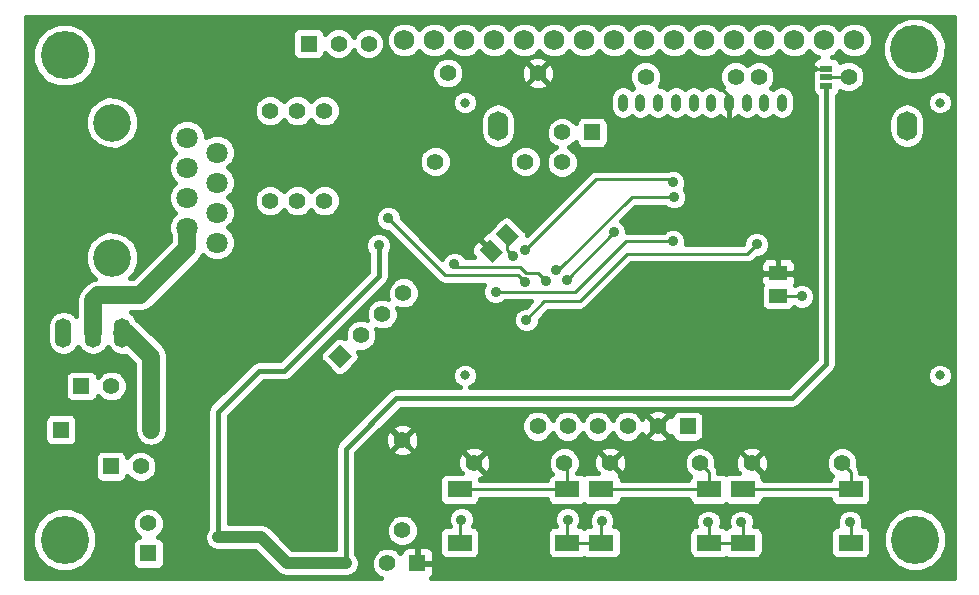
<source format=gbl>
G04 (created by PCBNEW (2013-05-18 BZR 4017)-stable) date Tue 31 Dec 2013 13:11:11 CST*
%MOIN*%
G04 Gerber Fmt 3.4, Leading zero omitted, Abs format*
%FSLAX34Y34*%
G01*
G70*
G90*
G04 APERTURE LIST*
%ADD10C,0.00590551*%
%ADD11C,0.055*%
%ADD12C,0.069*%
%ADD13R,0.059X0.0512*%
%ADD14C,0.16*%
%ADD15R,0.055X0.055*%
%ADD16R,0.0826772X0.0551181*%
%ADD17R,0.0393701X0.019685*%
%ADD18O,0.0551181X0.0984252*%
%ADD19R,0.056X0.056*%
%ADD20C,0.056*%
%ADD21C,0.0708661*%
%ADD22C,0.125984*%
%ADD23O,0.0688976X0.0984252*%
%ADD24C,0.0314961*%
%ADD25O,0.0314961X0.0590551*%
%ADD26C,0.035*%
%ADD27C,0.01*%
%ADD28C,0.04*%
%ADD29C,0.018*%
%ADD30C,0.06*%
G04 APERTURE END LIST*
G54D10*
G54D11*
X53228Y-38657D03*
X53228Y-41657D03*
X54133Y-41657D03*
X54133Y-38657D03*
X52322Y-41657D03*
X52322Y-38657D03*
X56732Y-49641D03*
X56732Y-52641D03*
G54D12*
X71800Y-36300D03*
X70800Y-36300D03*
X69800Y-36300D03*
X68800Y-36300D03*
X67800Y-36300D03*
X66800Y-36300D03*
X65800Y-36300D03*
X64800Y-36300D03*
X63800Y-36300D03*
X62800Y-36300D03*
X61800Y-36300D03*
X60800Y-36300D03*
X59800Y-36300D03*
X58800Y-36300D03*
X57800Y-36300D03*
X56800Y-36300D03*
G54D13*
X69251Y-44073D03*
X69251Y-44823D03*
G54D10*
G36*
X59667Y-42946D02*
X60085Y-43363D01*
X59723Y-43725D01*
X59305Y-43308D01*
X59667Y-42946D01*
X59667Y-42946D01*
G37*
G36*
X60198Y-42416D02*
X60615Y-42833D01*
X60253Y-43195D01*
X59836Y-42778D01*
X60198Y-42416D01*
X60198Y-42416D01*
G37*
G54D14*
X73818Y-52952D03*
X45472Y-52952D03*
X45472Y-36811D03*
X73800Y-36600D03*
G54D15*
X46035Y-47834D03*
G54D11*
X47035Y-47834D03*
G54D15*
X48267Y-53413D03*
G54D11*
X48267Y-52413D03*
G54D15*
X57232Y-53740D03*
G54D11*
X56232Y-53740D03*
X59129Y-50393D03*
X62129Y-50393D03*
X63657Y-50393D03*
X66657Y-50393D03*
X68381Y-50393D03*
X71381Y-50393D03*
X57830Y-40354D03*
X60830Y-40354D03*
G54D16*
X58641Y-53051D03*
X62224Y-53051D03*
X58641Y-51279D03*
X62224Y-51279D03*
X63366Y-53051D03*
X66948Y-53051D03*
X63366Y-51279D03*
X66948Y-51279D03*
X68090Y-53051D03*
X71673Y-53051D03*
X68090Y-51279D03*
X71673Y-51279D03*
G54D15*
X63059Y-39381D03*
G54D11*
X62059Y-39381D03*
X62059Y-40381D03*
G54D17*
X70866Y-37253D03*
X70866Y-37549D03*
X70866Y-37844D03*
G54D11*
X61244Y-37401D03*
X58244Y-37401D03*
G54D15*
X66240Y-49173D03*
G54D11*
X65240Y-49173D03*
X64240Y-49173D03*
X63240Y-49173D03*
X62240Y-49173D03*
X61240Y-49173D03*
G54D10*
G36*
X54648Y-47236D02*
X54259Y-46848D01*
X54648Y-46459D01*
X55036Y-46848D01*
X54648Y-47236D01*
X54648Y-47236D01*
G37*
G54D11*
X55355Y-46140D03*
X56062Y-45433D03*
X56769Y-44726D03*
G54D15*
X47019Y-50511D03*
G54D11*
X48019Y-50511D03*
X68618Y-37519D03*
X71618Y-37519D03*
X64838Y-37519D03*
X67838Y-37519D03*
G54D18*
X46417Y-46062D03*
X47401Y-46062D03*
X45433Y-46062D03*
G54D19*
X45350Y-49291D03*
G54D20*
X48350Y-49291D03*
G54D15*
X53606Y-36417D03*
G54D11*
X54606Y-36417D03*
X55606Y-36417D03*
G54D21*
X50550Y-40050D03*
X50550Y-41050D03*
X50550Y-42050D03*
X50550Y-43050D03*
X49550Y-39550D03*
X49550Y-40550D03*
X49550Y-41550D03*
X49550Y-42550D03*
G54D22*
X47050Y-39050D03*
X47050Y-43550D03*
G54D23*
X73543Y-39153D03*
X59921Y-39153D03*
G54D24*
X58818Y-38385D03*
X74645Y-38385D03*
X58818Y-47480D03*
X74645Y-47480D03*
G54D25*
X64074Y-38385D03*
X64665Y-38385D03*
X65255Y-38385D03*
X65846Y-38385D03*
X66437Y-38385D03*
X67027Y-38385D03*
X67618Y-38385D03*
X68208Y-38385D03*
X68799Y-38385D03*
X69389Y-38385D03*
G54D26*
X59409Y-42244D03*
X50984Y-46732D03*
X60433Y-45236D03*
X65275Y-40472D03*
X57677Y-50039D03*
X52913Y-48149D03*
X52834Y-48976D03*
X54015Y-47637D03*
X53503Y-47874D03*
X52874Y-50393D03*
X52834Y-49724D03*
X70039Y-44055D03*
X55944Y-43149D03*
X54842Y-53740D03*
X50590Y-52874D03*
X56259Y-42244D03*
X60826Y-44370D03*
X58464Y-43779D03*
X61535Y-44330D03*
X60433Y-43503D03*
X71653Y-52362D03*
X68031Y-52362D03*
X66929Y-52362D03*
X63385Y-52322D03*
X62244Y-52283D03*
X58700Y-52283D03*
X70039Y-44842D03*
X63779Y-42716D03*
X62204Y-44291D03*
X60866Y-45629D03*
X68543Y-43110D03*
X61850Y-43976D03*
X65787Y-41535D03*
X60826Y-43307D03*
X65748Y-41043D03*
X59842Y-44685D03*
X65748Y-43011D03*
G54D27*
X67618Y-38385D02*
X67618Y-38169D01*
X67618Y-38169D02*
X67362Y-37913D01*
X59409Y-42244D02*
X59409Y-42204D01*
X70866Y-37253D02*
X70364Y-37253D01*
X70364Y-37253D02*
X70314Y-37204D01*
G54D28*
X50984Y-46732D02*
X50984Y-46850D01*
G54D27*
X60433Y-45236D02*
X60511Y-45236D01*
G54D29*
X65275Y-40472D02*
X65314Y-40433D01*
G54D28*
X57637Y-50078D02*
X57637Y-50157D01*
X57677Y-50039D02*
X57637Y-50078D01*
X52795Y-48937D02*
X52795Y-48740D01*
X52834Y-48976D02*
X52795Y-48937D01*
X54015Y-47637D02*
X54133Y-47755D01*
X53425Y-47795D02*
X53385Y-47834D01*
X53503Y-47874D02*
X53425Y-47795D01*
X52874Y-50393D02*
X52874Y-50157D01*
X52834Y-49724D02*
X52834Y-49212D01*
G54D27*
X70020Y-44073D02*
X69251Y-44073D01*
X70039Y-44055D02*
X70020Y-44073D01*
G54D29*
X70866Y-37844D02*
X70866Y-47086D01*
X54842Y-49921D02*
X54842Y-53740D01*
X56535Y-48228D02*
X54842Y-49921D01*
X69724Y-48228D02*
X56535Y-48228D01*
X70866Y-47086D02*
X69724Y-48228D01*
X50590Y-48700D02*
X50590Y-52874D01*
X51968Y-47322D02*
X50590Y-48700D01*
X52795Y-47322D02*
X51968Y-47322D01*
X55944Y-44173D02*
X52795Y-47322D01*
X55944Y-43149D02*
X55944Y-44173D01*
G54D28*
X54842Y-53740D02*
X52874Y-53740D01*
X52874Y-53740D02*
X52007Y-52874D01*
X52007Y-52874D02*
X50590Y-52874D01*
G54D27*
X58641Y-51279D02*
X62224Y-51279D01*
X62224Y-51279D02*
X62224Y-50488D01*
X62224Y-50488D02*
X62129Y-50393D01*
X63366Y-51279D02*
X66948Y-51279D01*
X66948Y-51279D02*
X66948Y-50685D01*
X66948Y-50685D02*
X66657Y-50393D01*
X68090Y-51279D02*
X71673Y-51279D01*
X71673Y-51279D02*
X71673Y-50685D01*
X71673Y-50685D02*
X71381Y-50393D01*
X58149Y-44133D02*
X56259Y-42244D01*
X60590Y-44133D02*
X58149Y-44133D01*
X60826Y-44370D02*
X60590Y-44133D01*
X58543Y-43858D02*
X58464Y-43779D01*
X60669Y-43858D02*
X58543Y-43858D01*
X60866Y-44055D02*
X60669Y-43858D01*
X61259Y-44055D02*
X60866Y-44055D01*
X61535Y-44330D02*
X61259Y-44055D01*
X60225Y-42805D02*
X60225Y-43296D01*
X60225Y-43296D02*
X60433Y-43503D01*
X71673Y-53051D02*
X71673Y-52381D01*
X71673Y-52381D02*
X71653Y-52362D01*
X68090Y-53051D02*
X68090Y-52381D01*
X68070Y-52362D02*
X68031Y-52362D01*
X68090Y-52381D02*
X68070Y-52362D01*
X66948Y-53051D02*
X66948Y-52381D01*
X66948Y-52381D02*
X66929Y-52362D01*
X66948Y-53051D02*
X68090Y-53051D01*
X63366Y-53051D02*
X63366Y-52342D01*
X63366Y-52342D02*
X63385Y-52322D01*
X62224Y-53051D02*
X62224Y-52303D01*
X62224Y-52303D02*
X62244Y-52283D01*
X62224Y-53051D02*
X63366Y-53051D01*
X58641Y-53051D02*
X58641Y-52342D01*
X58641Y-52342D02*
X58700Y-52283D01*
X69251Y-44823D02*
X70020Y-44823D01*
X70020Y-44823D02*
X70039Y-44842D01*
G54D30*
X47401Y-46062D02*
X47562Y-46062D01*
X48350Y-46850D02*
X48350Y-49291D01*
X47562Y-46062D02*
X48350Y-46850D01*
G54D27*
X70866Y-37549D02*
X71431Y-37549D01*
X71431Y-37549D02*
X71578Y-37401D01*
X63779Y-42716D02*
X62204Y-44291D01*
X61456Y-45000D02*
X60866Y-45629D01*
X62637Y-45000D02*
X61456Y-45000D01*
X64212Y-43425D02*
X62637Y-45000D01*
X68228Y-43425D02*
X64212Y-43425D01*
X68543Y-43110D02*
X68228Y-43425D01*
X61929Y-43976D02*
X61850Y-43976D01*
X64370Y-41535D02*
X61929Y-43976D01*
X65787Y-41535D02*
X64370Y-41535D01*
X63188Y-40944D02*
X60826Y-43307D01*
X65649Y-40944D02*
X63188Y-40944D01*
X65748Y-41043D02*
X65649Y-40944D01*
G54D30*
X49551Y-42539D02*
X49551Y-43248D01*
X46417Y-44982D02*
X46417Y-46062D01*
X46600Y-44800D02*
X46417Y-44982D01*
X48000Y-44800D02*
X46600Y-44800D01*
X49551Y-43248D02*
X48000Y-44800D01*
G54D27*
X62500Y-44685D02*
X59842Y-44685D01*
X64173Y-43011D02*
X62500Y-44685D01*
X65748Y-43011D02*
X64173Y-43011D01*
G54D10*
G36*
X75104Y-54237D02*
X75073Y-54237D01*
X75073Y-47395D01*
X75073Y-38301D01*
X75008Y-38143D01*
X74888Y-38023D01*
X74870Y-38016D01*
X74870Y-36388D01*
X74707Y-35994D01*
X74406Y-35693D01*
X74013Y-35530D01*
X73588Y-35529D01*
X73194Y-35692D01*
X72893Y-35993D01*
X72730Y-36386D01*
X72729Y-36811D01*
X72892Y-37205D01*
X73193Y-37506D01*
X73586Y-37669D01*
X74011Y-37670D01*
X74405Y-37507D01*
X74706Y-37206D01*
X74869Y-36813D01*
X74870Y-36388D01*
X74870Y-38016D01*
X74731Y-37958D01*
X74561Y-37958D01*
X74403Y-38023D01*
X74283Y-38143D01*
X74218Y-38300D01*
X74218Y-38470D01*
X74283Y-38627D01*
X74403Y-38748D01*
X74560Y-38813D01*
X74730Y-38813D01*
X74887Y-38748D01*
X75007Y-38628D01*
X75073Y-38471D01*
X75073Y-38301D01*
X75073Y-47395D01*
X75008Y-47238D01*
X74888Y-47118D01*
X74731Y-47052D01*
X74561Y-47052D01*
X74403Y-47117D01*
X74283Y-47237D01*
X74218Y-47394D01*
X74218Y-47564D01*
X74283Y-47722D01*
X74403Y-47842D01*
X74560Y-47907D01*
X74730Y-47907D01*
X74887Y-47842D01*
X75007Y-47722D01*
X75073Y-47565D01*
X75073Y-47395D01*
X75073Y-54237D01*
X75000Y-54237D01*
X74889Y-54237D01*
X74889Y-52740D01*
X74726Y-52347D01*
X74425Y-52046D01*
X74157Y-51934D01*
X74157Y-39316D01*
X74157Y-38990D01*
X74111Y-38755D01*
X73977Y-38556D01*
X73778Y-38423D01*
X73543Y-38376D01*
X73308Y-38423D01*
X73108Y-38556D01*
X72975Y-38755D01*
X72928Y-38990D01*
X72928Y-39316D01*
X72975Y-39551D01*
X73108Y-39750D01*
X73308Y-39883D01*
X73543Y-39930D01*
X73778Y-39883D01*
X73977Y-39750D01*
X74111Y-39551D01*
X74157Y-39316D01*
X74157Y-51934D01*
X74032Y-51882D01*
X73606Y-51882D01*
X73213Y-52045D01*
X72912Y-52345D01*
X72749Y-52738D01*
X72748Y-53164D01*
X72911Y-53558D01*
X73212Y-53859D01*
X73605Y-54022D01*
X74030Y-54022D01*
X74424Y-53860D01*
X74725Y-53559D01*
X74888Y-53166D01*
X74889Y-52740D01*
X74889Y-54237D01*
X72415Y-54237D01*
X72415Y-36178D01*
X72321Y-35952D01*
X72148Y-35778D01*
X71922Y-35685D01*
X71678Y-35684D01*
X71452Y-35778D01*
X71299Y-35930D01*
X71148Y-35778D01*
X70922Y-35685D01*
X70678Y-35684D01*
X70452Y-35778D01*
X70299Y-35930D01*
X70148Y-35778D01*
X69922Y-35685D01*
X69678Y-35684D01*
X69452Y-35778D01*
X69299Y-35930D01*
X69148Y-35778D01*
X68922Y-35685D01*
X68678Y-35684D01*
X68452Y-35778D01*
X68299Y-35930D01*
X68148Y-35778D01*
X67922Y-35685D01*
X67678Y-35684D01*
X67452Y-35778D01*
X67299Y-35930D01*
X67148Y-35778D01*
X66922Y-35685D01*
X66678Y-35684D01*
X66452Y-35778D01*
X66299Y-35930D01*
X66148Y-35778D01*
X65922Y-35685D01*
X65678Y-35684D01*
X65452Y-35778D01*
X65299Y-35930D01*
X65148Y-35778D01*
X64922Y-35685D01*
X64678Y-35684D01*
X64452Y-35778D01*
X64299Y-35930D01*
X64148Y-35778D01*
X63922Y-35685D01*
X63678Y-35684D01*
X63452Y-35778D01*
X63299Y-35930D01*
X63148Y-35778D01*
X62922Y-35685D01*
X62678Y-35684D01*
X62452Y-35778D01*
X62299Y-35930D01*
X62148Y-35778D01*
X61922Y-35685D01*
X61678Y-35684D01*
X61452Y-35778D01*
X61299Y-35930D01*
X61148Y-35778D01*
X60922Y-35685D01*
X60678Y-35684D01*
X60452Y-35778D01*
X60299Y-35930D01*
X60148Y-35778D01*
X59922Y-35685D01*
X59678Y-35684D01*
X59452Y-35778D01*
X59299Y-35930D01*
X59148Y-35778D01*
X58922Y-35685D01*
X58678Y-35684D01*
X58452Y-35778D01*
X58299Y-35930D01*
X58148Y-35778D01*
X57922Y-35685D01*
X57678Y-35684D01*
X57452Y-35778D01*
X57299Y-35930D01*
X57148Y-35778D01*
X56922Y-35685D01*
X56678Y-35684D01*
X56452Y-35778D01*
X56278Y-35951D01*
X56185Y-36177D01*
X56184Y-36421D01*
X56278Y-36647D01*
X56451Y-36821D01*
X56677Y-36914D01*
X56921Y-36915D01*
X57147Y-36821D01*
X57300Y-36669D01*
X57451Y-36821D01*
X57677Y-36914D01*
X57921Y-36915D01*
X58147Y-36821D01*
X58300Y-36669D01*
X58451Y-36821D01*
X58677Y-36914D01*
X58921Y-36915D01*
X59147Y-36821D01*
X59300Y-36669D01*
X59451Y-36821D01*
X59677Y-36914D01*
X59921Y-36915D01*
X60147Y-36821D01*
X60300Y-36669D01*
X60451Y-36821D01*
X60677Y-36914D01*
X60921Y-36915D01*
X61147Y-36821D01*
X61300Y-36669D01*
X61451Y-36821D01*
X61677Y-36914D01*
X61921Y-36915D01*
X62147Y-36821D01*
X62300Y-36669D01*
X62451Y-36821D01*
X62677Y-36914D01*
X62921Y-36915D01*
X63147Y-36821D01*
X63300Y-36669D01*
X63451Y-36821D01*
X63677Y-36914D01*
X63921Y-36915D01*
X64147Y-36821D01*
X64300Y-36669D01*
X64451Y-36821D01*
X64677Y-36914D01*
X64921Y-36915D01*
X65147Y-36821D01*
X65300Y-36669D01*
X65451Y-36821D01*
X65677Y-36914D01*
X65921Y-36915D01*
X66147Y-36821D01*
X66300Y-36669D01*
X66451Y-36821D01*
X66677Y-36914D01*
X66921Y-36915D01*
X67147Y-36821D01*
X67300Y-36669D01*
X67451Y-36821D01*
X67677Y-36914D01*
X67921Y-36915D01*
X68147Y-36821D01*
X68300Y-36669D01*
X68451Y-36821D01*
X68677Y-36914D01*
X68921Y-36915D01*
X69147Y-36821D01*
X69300Y-36669D01*
X69451Y-36821D01*
X69677Y-36914D01*
X69921Y-36915D01*
X70147Y-36821D01*
X70300Y-36669D01*
X70451Y-36821D01*
X70584Y-36876D01*
X70504Y-36909D01*
X70423Y-36991D01*
X70379Y-37098D01*
X70379Y-37171D01*
X70451Y-37243D01*
X70494Y-37243D01*
X70474Y-37263D01*
X70451Y-37263D01*
X70379Y-37336D01*
X70379Y-37409D01*
X70399Y-37458D01*
X70399Y-37504D01*
X70399Y-37701D01*
X70399Y-37701D01*
X70399Y-37799D01*
X70399Y-37996D01*
X70440Y-38095D01*
X70506Y-38161D01*
X70506Y-46937D01*
X70484Y-46959D01*
X70484Y-44754D01*
X70416Y-44590D01*
X70291Y-44465D01*
X70128Y-44397D01*
X69951Y-44397D01*
X69808Y-44456D01*
X69837Y-44387D01*
X69837Y-43760D01*
X69817Y-43712D01*
X69817Y-38534D01*
X69817Y-38236D01*
X69784Y-38073D01*
X69692Y-37934D01*
X69553Y-37842D01*
X69389Y-37809D01*
X69226Y-37842D01*
X69094Y-37930D01*
X69025Y-37883D01*
X69079Y-37828D01*
X69163Y-37628D01*
X69163Y-37411D01*
X69080Y-37211D01*
X68927Y-37057D01*
X68726Y-36974D01*
X68510Y-36974D01*
X68309Y-37057D01*
X68228Y-37138D01*
X68147Y-37057D01*
X67947Y-36974D01*
X67730Y-36974D01*
X67530Y-37057D01*
X67376Y-37210D01*
X67293Y-37410D01*
X67293Y-37627D01*
X67376Y-37827D01*
X67408Y-37860D01*
X67311Y-37922D01*
X67191Y-37842D01*
X67027Y-37809D01*
X66863Y-37842D01*
X66732Y-37930D01*
X66600Y-37842D01*
X66437Y-37809D01*
X66273Y-37842D01*
X66141Y-37930D01*
X66010Y-37842D01*
X65846Y-37809D01*
X65682Y-37842D01*
X65551Y-37930D01*
X65419Y-37842D01*
X65304Y-37819D01*
X65383Y-37628D01*
X65383Y-37411D01*
X65300Y-37211D01*
X65147Y-37057D01*
X64947Y-36974D01*
X64730Y-36974D01*
X64530Y-37057D01*
X64376Y-37210D01*
X64293Y-37410D01*
X64293Y-37627D01*
X64376Y-37827D01*
X64434Y-37886D01*
X64370Y-37930D01*
X64238Y-37842D01*
X64074Y-37809D01*
X63911Y-37842D01*
X63772Y-37934D01*
X63679Y-38073D01*
X63647Y-38236D01*
X63647Y-38534D01*
X63679Y-38698D01*
X63772Y-38836D01*
X63911Y-38929D01*
X64074Y-38962D01*
X64238Y-38929D01*
X64370Y-38841D01*
X64501Y-38929D01*
X64665Y-38962D01*
X64828Y-38929D01*
X64960Y-38841D01*
X65092Y-38929D01*
X65255Y-38962D01*
X65419Y-38929D01*
X65551Y-38841D01*
X65682Y-38929D01*
X65846Y-38962D01*
X66010Y-38929D01*
X66141Y-38841D01*
X66273Y-38929D01*
X66437Y-38962D01*
X66600Y-38929D01*
X66732Y-38841D01*
X66863Y-38929D01*
X67027Y-38962D01*
X67191Y-38929D01*
X67311Y-38849D01*
X67456Y-38940D01*
X67538Y-38963D01*
X67608Y-38898D01*
X67608Y-38395D01*
X67600Y-38395D01*
X67600Y-38375D01*
X67608Y-38375D01*
X67608Y-38367D01*
X67628Y-38367D01*
X67628Y-38375D01*
X67635Y-38375D01*
X67635Y-38395D01*
X67628Y-38395D01*
X67628Y-38898D01*
X67697Y-38963D01*
X67780Y-38940D01*
X67924Y-38849D01*
X68045Y-38929D01*
X68208Y-38962D01*
X68372Y-38929D01*
X68503Y-38841D01*
X68635Y-38929D01*
X68799Y-38962D01*
X68962Y-38929D01*
X69094Y-38841D01*
X69226Y-38929D01*
X69389Y-38962D01*
X69553Y-38929D01*
X69692Y-38836D01*
X69784Y-38698D01*
X69817Y-38534D01*
X69817Y-43712D01*
X69792Y-43653D01*
X69711Y-43572D01*
X69604Y-43527D01*
X69489Y-43527D01*
X69334Y-43527D01*
X69261Y-43600D01*
X69261Y-44063D01*
X69764Y-44063D01*
X69836Y-43991D01*
X69837Y-43760D01*
X69837Y-44387D01*
X69836Y-44156D01*
X69764Y-44083D01*
X69261Y-44083D01*
X69261Y-44091D01*
X69241Y-44091D01*
X69241Y-44083D01*
X69241Y-44063D01*
X69241Y-43600D01*
X69169Y-43527D01*
X69014Y-43527D01*
X68988Y-43527D01*
X68988Y-43022D01*
X68920Y-42858D01*
X68795Y-42733D01*
X68632Y-42665D01*
X68455Y-42665D01*
X68291Y-42732D01*
X68166Y-42857D01*
X68098Y-43021D01*
X68098Y-43102D01*
X68095Y-43105D01*
X66191Y-43105D01*
X66192Y-43100D01*
X66193Y-42923D01*
X66125Y-42760D01*
X66000Y-42634D01*
X65836Y-42566D01*
X65659Y-42566D01*
X65496Y-42634D01*
X65438Y-42691D01*
X64224Y-42691D01*
X64224Y-42628D01*
X64157Y-42464D01*
X64031Y-42339D01*
X64022Y-42335D01*
X64502Y-41855D01*
X65478Y-41855D01*
X65535Y-41912D01*
X65698Y-41980D01*
X65875Y-41980D01*
X66039Y-41912D01*
X66164Y-41787D01*
X66232Y-41624D01*
X66232Y-41447D01*
X66164Y-41283D01*
X66140Y-41259D01*
X66192Y-41132D01*
X66193Y-40955D01*
X66125Y-40791D01*
X66000Y-40666D01*
X65836Y-40598D01*
X65659Y-40598D01*
X65595Y-40624D01*
X63604Y-40624D01*
X63604Y-39603D01*
X63604Y-39053D01*
X63563Y-38954D01*
X63487Y-38878D01*
X63387Y-38836D01*
X63280Y-38836D01*
X62730Y-38836D01*
X62631Y-38877D01*
X62555Y-38953D01*
X62514Y-39052D01*
X62514Y-39066D01*
X62368Y-38920D01*
X62167Y-38836D01*
X61951Y-38836D01*
X61811Y-38894D01*
X61811Y-37301D01*
X61729Y-37092D01*
X61715Y-37071D01*
X61607Y-37052D01*
X61593Y-37066D01*
X61593Y-37038D01*
X61574Y-36929D01*
X61368Y-36839D01*
X61144Y-36834D01*
X60934Y-36915D01*
X60913Y-36929D01*
X60895Y-37038D01*
X61244Y-37387D01*
X61593Y-37038D01*
X61593Y-37066D01*
X61258Y-37401D01*
X61607Y-37750D01*
X61715Y-37732D01*
X61806Y-37526D01*
X61811Y-37301D01*
X61811Y-38894D01*
X61750Y-38919D01*
X61597Y-39072D01*
X61593Y-39083D01*
X61593Y-37764D01*
X61244Y-37415D01*
X61229Y-37429D01*
X61229Y-37401D01*
X60881Y-37052D01*
X60772Y-37071D01*
X60681Y-37276D01*
X60676Y-37501D01*
X60758Y-37711D01*
X60772Y-37732D01*
X60881Y-37750D01*
X61229Y-37401D01*
X61229Y-37429D01*
X60895Y-37764D01*
X60913Y-37873D01*
X61119Y-37963D01*
X61344Y-37968D01*
X61553Y-37887D01*
X61574Y-37873D01*
X61593Y-37764D01*
X61593Y-39083D01*
X61514Y-39273D01*
X61513Y-39489D01*
X61596Y-39690D01*
X61749Y-39843D01*
X61842Y-39881D01*
X61750Y-39919D01*
X61597Y-40072D01*
X61514Y-40273D01*
X61513Y-40489D01*
X61596Y-40690D01*
X61749Y-40843D01*
X61950Y-40926D01*
X62166Y-40926D01*
X62367Y-40844D01*
X62520Y-40691D01*
X62603Y-40490D01*
X62604Y-40273D01*
X62521Y-40073D01*
X62368Y-39920D01*
X62276Y-39881D01*
X62367Y-39844D01*
X62514Y-39697D01*
X62514Y-39710D01*
X62555Y-39809D01*
X62630Y-39885D01*
X62730Y-39926D01*
X62837Y-39926D01*
X63387Y-39926D01*
X63486Y-39885D01*
X63562Y-39810D01*
X63604Y-39710D01*
X63604Y-39603D01*
X63604Y-40624D01*
X63188Y-40624D01*
X63066Y-40649D01*
X62962Y-40718D01*
X61375Y-42305D01*
X61375Y-40246D01*
X61293Y-40046D01*
X61139Y-39892D01*
X60939Y-39809D01*
X60722Y-39809D01*
X60535Y-39886D01*
X60535Y-39316D01*
X60535Y-38990D01*
X60488Y-38755D01*
X60355Y-38556D01*
X60156Y-38423D01*
X59921Y-38376D01*
X59686Y-38423D01*
X59486Y-38556D01*
X59353Y-38755D01*
X59306Y-38990D01*
X59306Y-39316D01*
X59353Y-39551D01*
X59486Y-39750D01*
X59686Y-39883D01*
X59921Y-39930D01*
X60156Y-39883D01*
X60355Y-39750D01*
X60488Y-39551D01*
X60535Y-39316D01*
X60535Y-39886D01*
X60522Y-39892D01*
X60368Y-40045D01*
X60285Y-40245D01*
X60285Y-40462D01*
X60368Y-40662D01*
X60521Y-40816D01*
X60721Y-40899D01*
X60938Y-40899D01*
X61139Y-40816D01*
X61292Y-40663D01*
X61375Y-40463D01*
X61375Y-40246D01*
X61375Y-42305D01*
X60885Y-42795D01*
X60885Y-42779D01*
X60844Y-42680D01*
X60768Y-42604D01*
X60351Y-42187D01*
X60252Y-42146D01*
X60144Y-42146D01*
X60045Y-42187D01*
X59969Y-42262D01*
X59607Y-42624D01*
X59591Y-42664D01*
X59503Y-42700D01*
X59340Y-42864D01*
X59340Y-42966D01*
X59695Y-43321D01*
X59701Y-43316D01*
X59715Y-43330D01*
X59709Y-43336D01*
X59715Y-43341D01*
X59701Y-43355D01*
X59695Y-43350D01*
X59689Y-43355D01*
X59675Y-43341D01*
X59681Y-43336D01*
X59326Y-42980D01*
X59246Y-42980D01*
X59246Y-38301D01*
X59181Y-38143D01*
X59061Y-38023D01*
X58904Y-37958D01*
X58789Y-37958D01*
X58789Y-37293D01*
X58706Y-37093D01*
X58553Y-36939D01*
X58352Y-36856D01*
X58136Y-36856D01*
X57935Y-36939D01*
X57782Y-37092D01*
X57699Y-37292D01*
X57699Y-37509D01*
X57781Y-37709D01*
X57934Y-37863D01*
X58135Y-37946D01*
X58352Y-37946D01*
X58552Y-37863D01*
X58705Y-37710D01*
X58788Y-37510D01*
X58789Y-37293D01*
X58789Y-37958D01*
X58734Y-37958D01*
X58577Y-38023D01*
X58456Y-38143D01*
X58391Y-38300D01*
X58391Y-38470D01*
X58456Y-38627D01*
X58576Y-38748D01*
X58733Y-38813D01*
X58903Y-38813D01*
X59060Y-38748D01*
X59181Y-38628D01*
X59246Y-38471D01*
X59246Y-38301D01*
X59246Y-42980D01*
X59223Y-42980D01*
X59060Y-43143D01*
X59015Y-43250D01*
X59015Y-43365D01*
X59059Y-43472D01*
X59125Y-43538D01*
X58846Y-43538D01*
X58842Y-43527D01*
X58716Y-43402D01*
X58553Y-43334D01*
X58376Y-43334D01*
X58375Y-43334D01*
X58375Y-40246D01*
X58293Y-40046D01*
X58139Y-39892D01*
X57939Y-39809D01*
X57722Y-39809D01*
X57522Y-39892D01*
X57368Y-40045D01*
X57285Y-40245D01*
X57285Y-40462D01*
X57368Y-40662D01*
X57521Y-40816D01*
X57721Y-40899D01*
X57938Y-40899D01*
X58139Y-40816D01*
X58292Y-40663D01*
X58375Y-40463D01*
X58375Y-40246D01*
X58375Y-43334D01*
X58212Y-43402D01*
X58087Y-43527D01*
X58060Y-43592D01*
X56704Y-42236D01*
X56704Y-42155D01*
X56637Y-41992D01*
X56512Y-41867D01*
X56348Y-41799D01*
X56171Y-41799D01*
X56151Y-41807D01*
X56151Y-36309D01*
X56068Y-36109D01*
X55915Y-35955D01*
X55715Y-35872D01*
X55498Y-35872D01*
X55297Y-35955D01*
X55144Y-36108D01*
X55106Y-36200D01*
X55068Y-36109D01*
X54915Y-35955D01*
X54715Y-35872D01*
X54498Y-35872D01*
X54297Y-35955D01*
X54151Y-36101D01*
X54151Y-36088D01*
X54110Y-35989D01*
X54034Y-35913D01*
X53935Y-35872D01*
X53827Y-35872D01*
X53277Y-35872D01*
X53178Y-35913D01*
X53102Y-35989D01*
X53061Y-36088D01*
X53061Y-36195D01*
X53061Y-36745D01*
X53102Y-36845D01*
X53178Y-36921D01*
X53277Y-36962D01*
X53384Y-36962D01*
X53934Y-36962D01*
X54034Y-36921D01*
X54110Y-36845D01*
X54151Y-36746D01*
X54151Y-36732D01*
X54297Y-36879D01*
X54497Y-36962D01*
X54714Y-36962D01*
X54914Y-36879D01*
X55068Y-36726D01*
X55106Y-36634D01*
X55144Y-36725D01*
X55297Y-36879D01*
X55497Y-36962D01*
X55714Y-36962D01*
X55914Y-36879D01*
X56068Y-36726D01*
X56151Y-36526D01*
X56151Y-36309D01*
X56151Y-41807D01*
X56008Y-41866D01*
X55882Y-41991D01*
X55814Y-42155D01*
X55814Y-42332D01*
X55882Y-42495D01*
X56007Y-42621D01*
X56170Y-42689D01*
X56252Y-42689D01*
X57923Y-44360D01*
X58027Y-44429D01*
X58149Y-44453D01*
X59456Y-44453D01*
X59397Y-44596D01*
X59397Y-44773D01*
X59465Y-44936D01*
X59590Y-45062D01*
X59753Y-45129D01*
X59930Y-45130D01*
X60094Y-45062D01*
X60151Y-45005D01*
X61013Y-45005D01*
X60845Y-45184D01*
X60778Y-45184D01*
X60614Y-45252D01*
X60489Y-45377D01*
X60421Y-45541D01*
X60421Y-45718D01*
X60488Y-45881D01*
X60613Y-46006D01*
X60777Y-46074D01*
X60954Y-46074D01*
X61117Y-46007D01*
X61243Y-45882D01*
X61311Y-45718D01*
X61311Y-45623D01*
X61596Y-45320D01*
X62637Y-45320D01*
X62637Y-45319D01*
X62760Y-45295D01*
X62864Y-45226D01*
X64345Y-43745D01*
X68228Y-43745D01*
X68228Y-43745D01*
X68350Y-43720D01*
X68454Y-43651D01*
X68550Y-43555D01*
X68631Y-43555D01*
X68795Y-43487D01*
X68920Y-43362D01*
X68988Y-43199D01*
X68988Y-43022D01*
X68988Y-43527D01*
X68899Y-43527D01*
X68792Y-43572D01*
X68710Y-43653D01*
X68666Y-43760D01*
X68666Y-43991D01*
X68739Y-44063D01*
X69241Y-44063D01*
X69241Y-44083D01*
X68739Y-44083D01*
X68666Y-44156D01*
X68666Y-44387D01*
X68703Y-44474D01*
X68687Y-44513D01*
X68686Y-44621D01*
X68686Y-45133D01*
X68727Y-45232D01*
X68803Y-45308D01*
X68903Y-45349D01*
X69010Y-45349D01*
X69600Y-45349D01*
X69699Y-45308D01*
X69775Y-45232D01*
X69782Y-45215D01*
X69786Y-45219D01*
X69950Y-45287D01*
X70127Y-45287D01*
X70291Y-45219D01*
X70416Y-45094D01*
X70484Y-44931D01*
X70484Y-44754D01*
X70484Y-46959D01*
X69575Y-47868D01*
X58999Y-47868D01*
X59060Y-47842D01*
X59181Y-47722D01*
X59246Y-47565D01*
X59246Y-47395D01*
X59181Y-47238D01*
X59061Y-47118D01*
X58904Y-47052D01*
X58734Y-47052D01*
X58577Y-47117D01*
X58456Y-47237D01*
X58391Y-47394D01*
X58391Y-47564D01*
X58456Y-47722D01*
X58576Y-47842D01*
X58638Y-47868D01*
X57314Y-47868D01*
X57314Y-44618D01*
X57231Y-44418D01*
X57078Y-44264D01*
X56878Y-44181D01*
X56661Y-44181D01*
X56461Y-44264D01*
X56307Y-44417D01*
X56224Y-44617D01*
X56224Y-44834D01*
X56262Y-44926D01*
X56171Y-44888D01*
X55954Y-44888D01*
X55753Y-44971D01*
X55600Y-45124D01*
X55517Y-45324D01*
X55517Y-45541D01*
X55555Y-45633D01*
X55463Y-45596D01*
X55247Y-45595D01*
X55046Y-45678D01*
X54893Y-45831D01*
X54810Y-46032D01*
X54810Y-46239D01*
X54801Y-46230D01*
X54701Y-46189D01*
X54594Y-46189D01*
X54495Y-46230D01*
X54419Y-46306D01*
X54030Y-46694D01*
X53989Y-46794D01*
X53989Y-46901D01*
X54030Y-47000D01*
X54105Y-47076D01*
X54494Y-47465D01*
X54594Y-47506D01*
X54701Y-47507D01*
X54800Y-47465D01*
X54876Y-47390D01*
X55265Y-47001D01*
X55306Y-46902D01*
X55306Y-46794D01*
X55265Y-46695D01*
X55256Y-46685D01*
X55463Y-46686D01*
X55663Y-46603D01*
X55816Y-46450D01*
X55900Y-46249D01*
X55900Y-46033D01*
X55862Y-45940D01*
X55953Y-45978D01*
X56170Y-45978D01*
X56370Y-45896D01*
X56523Y-45742D01*
X56607Y-45542D01*
X56607Y-45325D01*
X56569Y-45233D01*
X56660Y-45271D01*
X56877Y-45271D01*
X57077Y-45189D01*
X57231Y-45035D01*
X57314Y-44835D01*
X57314Y-44618D01*
X57314Y-47868D01*
X56535Y-47868D01*
X56397Y-47895D01*
X56339Y-47934D01*
X56280Y-47973D01*
X54587Y-49666D01*
X54509Y-49783D01*
X54482Y-49921D01*
X54482Y-53270D01*
X53068Y-53270D01*
X52340Y-52541D01*
X52187Y-52439D01*
X52007Y-52404D01*
X50950Y-52404D01*
X50950Y-48849D01*
X52117Y-47682D01*
X52795Y-47682D01*
X52795Y-47682D01*
X52933Y-47655D01*
X52933Y-47655D01*
X53049Y-47577D01*
X56199Y-44427D01*
X56199Y-44427D01*
X56277Y-44310D01*
X56304Y-44173D01*
X56304Y-44173D01*
X56304Y-43419D01*
X56321Y-43402D01*
X56389Y-43238D01*
X56389Y-43061D01*
X56322Y-42897D01*
X56197Y-42772D01*
X56033Y-42704D01*
X55856Y-42704D01*
X55693Y-42772D01*
X55567Y-42897D01*
X55499Y-43060D01*
X55499Y-43237D01*
X55567Y-43401D01*
X55584Y-43418D01*
X55584Y-44024D01*
X54678Y-44930D01*
X54678Y-41549D01*
X54678Y-38549D01*
X54596Y-38349D01*
X54442Y-38195D01*
X54242Y-38112D01*
X54025Y-38112D01*
X53825Y-38195D01*
X53680Y-38339D01*
X53537Y-38195D01*
X53337Y-38112D01*
X53120Y-38112D01*
X52920Y-38195D01*
X52775Y-38339D01*
X52631Y-38195D01*
X52431Y-38112D01*
X52214Y-38112D01*
X52014Y-38195D01*
X51861Y-38348D01*
X51777Y-38548D01*
X51777Y-38765D01*
X51860Y-38965D01*
X52013Y-39119D01*
X52213Y-39202D01*
X52430Y-39202D01*
X52631Y-39119D01*
X52775Y-38975D01*
X52919Y-39119D01*
X53119Y-39202D01*
X53336Y-39202D01*
X53536Y-39119D01*
X53681Y-38975D01*
X53824Y-39119D01*
X54024Y-39202D01*
X54241Y-39202D01*
X54442Y-39119D01*
X54595Y-38966D01*
X54678Y-38766D01*
X54678Y-38549D01*
X54678Y-41549D01*
X54596Y-41349D01*
X54442Y-41195D01*
X54242Y-41112D01*
X54025Y-41112D01*
X53825Y-41195D01*
X53680Y-41339D01*
X53537Y-41195D01*
X53337Y-41112D01*
X53120Y-41112D01*
X52920Y-41195D01*
X52775Y-41339D01*
X52631Y-41195D01*
X52431Y-41112D01*
X52214Y-41112D01*
X52014Y-41195D01*
X51861Y-41348D01*
X51777Y-41548D01*
X51777Y-41765D01*
X51860Y-41965D01*
X52013Y-42119D01*
X52213Y-42202D01*
X52430Y-42202D01*
X52631Y-42119D01*
X52775Y-41975D01*
X52919Y-42119D01*
X53119Y-42202D01*
X53336Y-42202D01*
X53536Y-42119D01*
X53681Y-41975D01*
X53824Y-42119D01*
X54024Y-42202D01*
X54241Y-42202D01*
X54442Y-42119D01*
X54595Y-41966D01*
X54678Y-41766D01*
X54678Y-41549D01*
X54678Y-44930D01*
X52646Y-46962D01*
X51968Y-46962D01*
X51830Y-46990D01*
X51713Y-47068D01*
X51174Y-47607D01*
X51174Y-42926D01*
X51079Y-42696D01*
X50932Y-42549D01*
X51078Y-42404D01*
X51174Y-42174D01*
X51174Y-41926D01*
X51079Y-41696D01*
X50932Y-41549D01*
X51078Y-41404D01*
X51174Y-41174D01*
X51174Y-40926D01*
X51079Y-40696D01*
X50932Y-40549D01*
X51078Y-40404D01*
X51174Y-40174D01*
X51174Y-39926D01*
X51079Y-39696D01*
X50904Y-39521D01*
X50674Y-39425D01*
X50426Y-39425D01*
X50196Y-39520D01*
X50174Y-39542D01*
X50174Y-39426D01*
X50079Y-39196D01*
X49904Y-39021D01*
X49674Y-38925D01*
X49426Y-38925D01*
X49196Y-39020D01*
X49021Y-39195D01*
X48925Y-39425D01*
X48925Y-39673D01*
X49020Y-39903D01*
X49167Y-40050D01*
X49021Y-40195D01*
X48925Y-40425D01*
X48925Y-40673D01*
X49020Y-40903D01*
X49167Y-41050D01*
X49021Y-41195D01*
X48925Y-41425D01*
X48925Y-41673D01*
X49020Y-41903D01*
X49167Y-42050D01*
X49021Y-42195D01*
X48925Y-42425D01*
X48925Y-42673D01*
X48981Y-42808D01*
X48981Y-43012D01*
X47763Y-44230D01*
X47642Y-44230D01*
X47812Y-44060D01*
X47949Y-43729D01*
X47950Y-43371D01*
X47950Y-38871D01*
X47813Y-38540D01*
X47560Y-38287D01*
X47229Y-38150D01*
X46871Y-38149D01*
X46542Y-38285D01*
X46542Y-36599D01*
X46380Y-36205D01*
X46079Y-35904D01*
X45686Y-35741D01*
X45260Y-35740D01*
X44867Y-35903D01*
X44565Y-36204D01*
X44402Y-36597D01*
X44402Y-37022D01*
X44564Y-37416D01*
X44865Y-37717D01*
X45258Y-37880D01*
X45684Y-37881D01*
X46077Y-37718D01*
X46379Y-37417D01*
X46542Y-37024D01*
X46542Y-36599D01*
X46542Y-38285D01*
X46540Y-38286D01*
X46287Y-38539D01*
X46150Y-38870D01*
X46149Y-39228D01*
X46286Y-39559D01*
X46539Y-39812D01*
X46870Y-39949D01*
X47228Y-39950D01*
X47559Y-39813D01*
X47812Y-39560D01*
X47949Y-39229D01*
X47950Y-38871D01*
X47950Y-43371D01*
X47813Y-43040D01*
X47560Y-42787D01*
X47229Y-42650D01*
X46871Y-42649D01*
X46540Y-42786D01*
X46287Y-43039D01*
X46150Y-43370D01*
X46149Y-43728D01*
X46286Y-44059D01*
X46480Y-44253D01*
X46381Y-44273D01*
X46196Y-44396D01*
X46014Y-44579D01*
X45890Y-44764D01*
X45847Y-44982D01*
X45847Y-45488D01*
X45818Y-45445D01*
X45641Y-45327D01*
X45433Y-45285D01*
X45224Y-45327D01*
X45047Y-45445D01*
X44929Y-45622D01*
X44887Y-45831D01*
X44887Y-46294D01*
X44929Y-46503D01*
X45047Y-46680D01*
X45224Y-46798D01*
X45433Y-46840D01*
X45641Y-46798D01*
X45818Y-46680D01*
X45925Y-46521D01*
X46031Y-46680D01*
X46208Y-46798D01*
X46417Y-46840D01*
X46626Y-46798D01*
X46803Y-46680D01*
X46909Y-46521D01*
X47015Y-46680D01*
X47192Y-46798D01*
X47401Y-46840D01*
X47511Y-46818D01*
X47780Y-47086D01*
X47780Y-49291D01*
X47800Y-49391D01*
X47800Y-49400D01*
X47803Y-49408D01*
X47823Y-49509D01*
X47880Y-49594D01*
X47883Y-49602D01*
X47890Y-49608D01*
X47947Y-49694D01*
X48032Y-49751D01*
X48038Y-49757D01*
X48046Y-49760D01*
X48132Y-49817D01*
X48232Y-49837D01*
X48240Y-49841D01*
X48249Y-49841D01*
X48350Y-49861D01*
X48450Y-49841D01*
X48459Y-49841D01*
X48467Y-49838D01*
X48568Y-49817D01*
X48653Y-49761D01*
X48661Y-49757D01*
X48667Y-49751D01*
X48753Y-49694D01*
X48810Y-49609D01*
X48816Y-49603D01*
X48819Y-49595D01*
X48877Y-49509D01*
X48896Y-49409D01*
X48900Y-49401D01*
X48900Y-49392D01*
X48920Y-49291D01*
X48920Y-46850D01*
X48877Y-46632D01*
X48753Y-46447D01*
X47966Y-45659D01*
X47901Y-45617D01*
X47787Y-45445D01*
X47674Y-45370D01*
X48000Y-45370D01*
X48218Y-45326D01*
X48403Y-45203D01*
X49954Y-43651D01*
X49954Y-43651D01*
X50077Y-43466D01*
X50077Y-43466D01*
X50078Y-43461D01*
X50195Y-43578D01*
X50425Y-43674D01*
X50673Y-43674D01*
X50903Y-43579D01*
X51078Y-43404D01*
X51174Y-43174D01*
X51174Y-42926D01*
X51174Y-47607D01*
X50335Y-48446D01*
X50257Y-48563D01*
X50230Y-48700D01*
X50230Y-52583D01*
X50156Y-52694D01*
X50120Y-52874D01*
X50156Y-53053D01*
X50258Y-53206D01*
X50410Y-53308D01*
X50590Y-53344D01*
X51813Y-53344D01*
X52541Y-54072D01*
X52541Y-54072D01*
X52694Y-54174D01*
X52694Y-54174D01*
X52874Y-54210D01*
X52874Y-54210D01*
X54842Y-54210D01*
X55022Y-54174D01*
X55174Y-54072D01*
X55276Y-53920D01*
X55312Y-53740D01*
X55276Y-53560D01*
X55202Y-53449D01*
X55202Y-50070D01*
X56684Y-48588D01*
X69724Y-48588D01*
X69724Y-48588D01*
X69862Y-48560D01*
X69862Y-48560D01*
X69978Y-48482D01*
X71120Y-47341D01*
X71120Y-47341D01*
X71159Y-47282D01*
X71198Y-47224D01*
X71198Y-47224D01*
X71226Y-47086D01*
X71226Y-47086D01*
X71226Y-38161D01*
X71291Y-38096D01*
X71332Y-37996D01*
X71332Y-37991D01*
X71509Y-38064D01*
X71726Y-38064D01*
X71926Y-37981D01*
X72079Y-37828D01*
X72163Y-37628D01*
X72163Y-37411D01*
X72080Y-37211D01*
X71927Y-37057D01*
X71726Y-36974D01*
X71510Y-36974D01*
X71332Y-37048D01*
X71308Y-36991D01*
X71227Y-36909D01*
X71120Y-36865D01*
X71041Y-36865D01*
X71147Y-36821D01*
X71300Y-36669D01*
X71451Y-36821D01*
X71677Y-36914D01*
X71921Y-36915D01*
X72147Y-36821D01*
X72321Y-36648D01*
X72414Y-36422D01*
X72415Y-36178D01*
X72415Y-54237D01*
X72356Y-54237D01*
X72356Y-53273D01*
X72356Y-52722D01*
X72356Y-51501D01*
X72356Y-50950D01*
X72315Y-50851D01*
X72239Y-50775D01*
X72140Y-50733D01*
X72033Y-50733D01*
X71993Y-50733D01*
X71993Y-50685D01*
X71968Y-50562D01*
X71926Y-50499D01*
X71926Y-50285D01*
X71844Y-50085D01*
X71691Y-49931D01*
X71490Y-49848D01*
X71273Y-49848D01*
X71073Y-49931D01*
X70920Y-50084D01*
X70836Y-50284D01*
X70836Y-50501D01*
X70919Y-50702D01*
X71049Y-50832D01*
X71031Y-50850D01*
X70989Y-50949D01*
X70989Y-50959D01*
X68949Y-50959D01*
X68949Y-50293D01*
X68867Y-50084D01*
X68853Y-50063D01*
X68744Y-50044D01*
X68730Y-50058D01*
X68730Y-50030D01*
X68712Y-49921D01*
X68506Y-49831D01*
X68281Y-49826D01*
X68072Y-49907D01*
X68051Y-49921D01*
X68032Y-50030D01*
X68381Y-50379D01*
X68730Y-50030D01*
X68730Y-50058D01*
X68396Y-50393D01*
X68744Y-50742D01*
X68853Y-50724D01*
X68944Y-50518D01*
X68949Y-50293D01*
X68949Y-50959D01*
X68773Y-50959D01*
X68773Y-50950D01*
X68732Y-50851D01*
X68717Y-50835D01*
X68730Y-50756D01*
X68381Y-50407D01*
X68376Y-50413D01*
X68362Y-50399D01*
X68367Y-50393D01*
X68018Y-50044D01*
X67910Y-50063D01*
X67819Y-50268D01*
X67814Y-50493D01*
X67896Y-50703D01*
X67910Y-50724D01*
X67967Y-50733D01*
X67623Y-50733D01*
X67524Y-50774D01*
X67519Y-50779D01*
X67515Y-50775D01*
X67416Y-50733D01*
X67308Y-50733D01*
X67268Y-50733D01*
X67268Y-50685D01*
X67244Y-50562D01*
X67202Y-50499D01*
X67202Y-50285D01*
X67119Y-50085D01*
X66966Y-49931D01*
X66785Y-49856D01*
X66785Y-49394D01*
X66785Y-48844D01*
X66744Y-48745D01*
X66668Y-48669D01*
X66569Y-48628D01*
X66461Y-48628D01*
X65911Y-48628D01*
X65812Y-48669D01*
X65736Y-48745D01*
X65696Y-48840D01*
X65603Y-48824D01*
X65589Y-48838D01*
X65589Y-48810D01*
X65570Y-48701D01*
X65364Y-48610D01*
X65140Y-48605D01*
X64930Y-48687D01*
X64909Y-48701D01*
X64891Y-48810D01*
X65240Y-49159D01*
X65589Y-48810D01*
X65589Y-48838D01*
X65254Y-49173D01*
X65603Y-49522D01*
X65696Y-49506D01*
X65736Y-49600D01*
X65812Y-49676D01*
X65911Y-49718D01*
X66018Y-49718D01*
X66568Y-49718D01*
X66667Y-49677D01*
X66743Y-49601D01*
X66785Y-49502D01*
X66785Y-49394D01*
X66785Y-49856D01*
X66766Y-49848D01*
X66549Y-49848D01*
X66349Y-49931D01*
X66195Y-50084D01*
X66112Y-50284D01*
X66112Y-50501D01*
X66195Y-50702D01*
X66325Y-50832D01*
X66306Y-50850D01*
X66265Y-50949D01*
X66265Y-50959D01*
X65589Y-50959D01*
X65589Y-49536D01*
X65240Y-49187D01*
X65226Y-49201D01*
X65226Y-49173D01*
X64877Y-48824D01*
X64768Y-48842D01*
X64729Y-48930D01*
X64702Y-48864D01*
X64549Y-48711D01*
X64349Y-48628D01*
X64132Y-48628D01*
X63931Y-48710D01*
X63778Y-48864D01*
X63740Y-48956D01*
X63702Y-48864D01*
X63549Y-48711D01*
X63349Y-48628D01*
X63132Y-48628D01*
X62931Y-48710D01*
X62778Y-48864D01*
X62740Y-48956D01*
X62702Y-48864D01*
X62549Y-48711D01*
X62349Y-48628D01*
X62132Y-48628D01*
X61931Y-48710D01*
X61778Y-48864D01*
X61740Y-48956D01*
X61702Y-48864D01*
X61549Y-48711D01*
X61349Y-48628D01*
X61132Y-48628D01*
X60931Y-48710D01*
X60778Y-48864D01*
X60695Y-49064D01*
X60695Y-49281D01*
X60777Y-49481D01*
X60931Y-49634D01*
X61131Y-49718D01*
X61348Y-49718D01*
X61548Y-49635D01*
X61701Y-49482D01*
X61740Y-49390D01*
X61777Y-49481D01*
X61931Y-49634D01*
X62131Y-49718D01*
X62348Y-49718D01*
X62548Y-49635D01*
X62701Y-49482D01*
X62740Y-49390D01*
X62777Y-49481D01*
X62931Y-49634D01*
X63131Y-49718D01*
X63348Y-49718D01*
X63548Y-49635D01*
X63701Y-49482D01*
X63740Y-49390D01*
X63777Y-49481D01*
X63931Y-49634D01*
X64131Y-49718D01*
X64348Y-49718D01*
X64548Y-49635D01*
X64701Y-49482D01*
X64728Y-49417D01*
X64754Y-49482D01*
X64768Y-49503D01*
X64877Y-49522D01*
X65226Y-49173D01*
X65226Y-49201D01*
X64891Y-49536D01*
X64909Y-49645D01*
X65115Y-49735D01*
X65340Y-49740D01*
X65549Y-49659D01*
X65570Y-49645D01*
X65589Y-49536D01*
X65589Y-50959D01*
X64224Y-50959D01*
X64224Y-50293D01*
X64143Y-50084D01*
X64129Y-50063D01*
X64020Y-50044D01*
X64006Y-50058D01*
X64006Y-50030D01*
X63987Y-49921D01*
X63782Y-49831D01*
X63557Y-49826D01*
X63348Y-49907D01*
X63327Y-49921D01*
X63308Y-50030D01*
X63657Y-50379D01*
X64006Y-50030D01*
X64006Y-50058D01*
X63671Y-50393D01*
X64020Y-50742D01*
X64129Y-50724D01*
X64219Y-50518D01*
X64224Y-50293D01*
X64224Y-50959D01*
X64049Y-50959D01*
X64049Y-50950D01*
X64008Y-50851D01*
X63993Y-50835D01*
X64006Y-50756D01*
X63657Y-50407D01*
X63651Y-50413D01*
X63637Y-50399D01*
X63643Y-50393D01*
X63294Y-50044D01*
X63185Y-50063D01*
X63095Y-50268D01*
X63090Y-50493D01*
X63171Y-50703D01*
X63185Y-50724D01*
X63242Y-50733D01*
X62899Y-50733D01*
X62800Y-50774D01*
X62795Y-50779D01*
X62790Y-50775D01*
X62691Y-50733D01*
X62584Y-50733D01*
X62560Y-50733D01*
X62591Y-50702D01*
X62674Y-50502D01*
X62675Y-50285D01*
X62592Y-50085D01*
X62439Y-49931D01*
X62238Y-49848D01*
X62021Y-49848D01*
X61821Y-49931D01*
X61668Y-50084D01*
X61585Y-50284D01*
X61584Y-50501D01*
X61667Y-50702D01*
X61716Y-50750D01*
X61658Y-50774D01*
X61582Y-50850D01*
X61541Y-50949D01*
X61541Y-50959D01*
X59697Y-50959D01*
X59697Y-50293D01*
X59615Y-50084D01*
X59601Y-50063D01*
X59492Y-50044D01*
X59478Y-50058D01*
X59478Y-50030D01*
X59460Y-49921D01*
X59254Y-49831D01*
X59029Y-49826D01*
X58820Y-49907D01*
X58799Y-49921D01*
X58780Y-50030D01*
X59129Y-50379D01*
X59478Y-50030D01*
X59478Y-50058D01*
X59144Y-50393D01*
X59492Y-50742D01*
X59601Y-50724D01*
X59692Y-50518D01*
X59697Y-50293D01*
X59697Y-50959D01*
X59325Y-50959D01*
X59325Y-50950D01*
X59315Y-50927D01*
X59439Y-50879D01*
X59460Y-50865D01*
X59478Y-50756D01*
X59129Y-50407D01*
X59124Y-50413D01*
X59110Y-50399D01*
X59115Y-50393D01*
X58766Y-50044D01*
X58658Y-50063D01*
X58567Y-50268D01*
X58562Y-50493D01*
X58644Y-50703D01*
X58658Y-50724D01*
X58715Y-50733D01*
X58174Y-50733D01*
X58075Y-50774D01*
X57999Y-50850D01*
X57958Y-50949D01*
X57958Y-51057D01*
X57958Y-51608D01*
X57999Y-51707D01*
X58075Y-51783D01*
X58174Y-51825D01*
X58281Y-51825D01*
X59108Y-51825D01*
X59207Y-51784D01*
X59283Y-51708D01*
X59325Y-51609D01*
X59325Y-51599D01*
X61540Y-51599D01*
X61540Y-51608D01*
X61581Y-51707D01*
X61657Y-51783D01*
X61757Y-51825D01*
X61864Y-51825D01*
X62691Y-51825D01*
X62790Y-51784D01*
X62795Y-51779D01*
X62799Y-51783D01*
X62898Y-51825D01*
X63006Y-51825D01*
X63832Y-51825D01*
X63932Y-51784D01*
X64008Y-51708D01*
X64049Y-51609D01*
X64049Y-51599D01*
X66265Y-51599D01*
X66265Y-51608D01*
X66306Y-51707D01*
X66382Y-51783D01*
X66481Y-51825D01*
X66588Y-51825D01*
X67415Y-51825D01*
X67514Y-51784D01*
X67519Y-51779D01*
X67524Y-51783D01*
X67623Y-51825D01*
X67730Y-51825D01*
X68557Y-51825D01*
X68656Y-51784D01*
X68732Y-51708D01*
X68773Y-51609D01*
X68773Y-51599D01*
X70989Y-51599D01*
X70989Y-51608D01*
X71030Y-51707D01*
X71106Y-51783D01*
X71205Y-51825D01*
X71313Y-51825D01*
X72140Y-51825D01*
X72239Y-51784D01*
X72315Y-51708D01*
X72356Y-51609D01*
X72356Y-51501D01*
X72356Y-52722D01*
X72315Y-52622D01*
X72239Y-52546D01*
X72140Y-52505D01*
X72075Y-52505D01*
X72098Y-52451D01*
X72098Y-52274D01*
X72031Y-52110D01*
X71905Y-51985D01*
X71742Y-51917D01*
X71565Y-51917D01*
X71401Y-51984D01*
X71276Y-52109D01*
X71208Y-52273D01*
X71208Y-52450D01*
X71231Y-52505D01*
X71206Y-52505D01*
X71107Y-52546D01*
X71031Y-52622D01*
X70989Y-52721D01*
X70989Y-52829D01*
X70989Y-53380D01*
X71030Y-53479D01*
X71106Y-53555D01*
X71205Y-53596D01*
X71313Y-53596D01*
X72140Y-53596D01*
X72239Y-53555D01*
X72315Y-53479D01*
X72356Y-53380D01*
X72356Y-53273D01*
X72356Y-54237D01*
X68773Y-54237D01*
X68773Y-53273D01*
X68773Y-52722D01*
X68732Y-52622D01*
X68657Y-52546D01*
X68557Y-52505D01*
X68453Y-52505D01*
X68476Y-52451D01*
X68476Y-52274D01*
X68408Y-52110D01*
X68283Y-51985D01*
X68120Y-51917D01*
X67943Y-51917D01*
X67779Y-51984D01*
X67654Y-52109D01*
X67586Y-52273D01*
X67586Y-52450D01*
X67611Y-52510D01*
X67524Y-52546D01*
X67519Y-52551D01*
X67515Y-52546D01*
X67416Y-52505D01*
X67351Y-52505D01*
X67374Y-52451D01*
X67374Y-52274D01*
X67306Y-52110D01*
X67181Y-51985D01*
X67018Y-51917D01*
X66841Y-51917D01*
X66677Y-51984D01*
X66552Y-52109D01*
X66484Y-52273D01*
X66484Y-52450D01*
X66506Y-52505D01*
X66481Y-52505D01*
X66382Y-52546D01*
X66306Y-52622D01*
X66265Y-52721D01*
X66265Y-52829D01*
X66265Y-53380D01*
X66306Y-53479D01*
X66382Y-53555D01*
X66481Y-53596D01*
X66588Y-53596D01*
X67415Y-53596D01*
X67514Y-53555D01*
X67519Y-53551D01*
X67524Y-53555D01*
X67623Y-53596D01*
X67730Y-53596D01*
X68557Y-53596D01*
X68656Y-53555D01*
X68732Y-53479D01*
X68773Y-53380D01*
X68773Y-53273D01*
X68773Y-54237D01*
X64049Y-54237D01*
X64049Y-53273D01*
X64049Y-52722D01*
X64008Y-52622D01*
X63932Y-52546D01*
X63833Y-52505D01*
X63791Y-52505D01*
X63830Y-52411D01*
X63830Y-52234D01*
X63763Y-52071D01*
X63638Y-51945D01*
X63474Y-51877D01*
X63297Y-51877D01*
X63134Y-51945D01*
X63008Y-52070D01*
X62940Y-52233D01*
X62940Y-52410D01*
X62979Y-52505D01*
X62899Y-52505D01*
X62800Y-52546D01*
X62795Y-52551D01*
X62790Y-52546D01*
X62691Y-52505D01*
X62633Y-52505D01*
X62689Y-52372D01*
X62689Y-52195D01*
X62621Y-52031D01*
X62496Y-51906D01*
X62332Y-51838D01*
X62155Y-51838D01*
X61992Y-51905D01*
X61867Y-52031D01*
X61799Y-52194D01*
X61799Y-52371D01*
X61854Y-52505D01*
X61757Y-52505D01*
X61658Y-52546D01*
X61582Y-52622D01*
X61541Y-52721D01*
X61540Y-52829D01*
X61540Y-53380D01*
X61581Y-53479D01*
X61657Y-53555D01*
X61757Y-53596D01*
X61864Y-53596D01*
X62691Y-53596D01*
X62790Y-53555D01*
X62795Y-53551D01*
X62799Y-53555D01*
X62898Y-53596D01*
X63006Y-53596D01*
X63832Y-53596D01*
X63932Y-53555D01*
X64008Y-53479D01*
X64049Y-53380D01*
X64049Y-53273D01*
X64049Y-54237D01*
X59325Y-54237D01*
X59325Y-53273D01*
X59325Y-52722D01*
X59284Y-52622D01*
X59208Y-52546D01*
X59109Y-52505D01*
X59090Y-52505D01*
X59145Y-52372D01*
X59145Y-52195D01*
X59078Y-52031D01*
X58953Y-51906D01*
X58789Y-51838D01*
X58612Y-51838D01*
X58449Y-51905D01*
X58323Y-52031D01*
X58255Y-52194D01*
X58255Y-52371D01*
X58311Y-52505D01*
X58174Y-52505D01*
X58075Y-52546D01*
X57999Y-52622D01*
X57958Y-52721D01*
X57958Y-52829D01*
X57958Y-53380D01*
X57999Y-53479D01*
X58075Y-53555D01*
X58174Y-53596D01*
X58281Y-53596D01*
X59108Y-53596D01*
X59207Y-53555D01*
X59283Y-53479D01*
X59325Y-53380D01*
X59325Y-53273D01*
X59325Y-54237D01*
X57694Y-54237D01*
X57752Y-54179D01*
X57797Y-54073D01*
X57797Y-53957D01*
X57797Y-53522D01*
X57797Y-53407D01*
X57752Y-53300D01*
X57671Y-53219D01*
X57564Y-53175D01*
X57314Y-53175D01*
X57299Y-53190D01*
X57299Y-49541D01*
X57218Y-49332D01*
X57204Y-49311D01*
X57095Y-49292D01*
X57081Y-49306D01*
X57081Y-49278D01*
X57062Y-49169D01*
X56857Y-49079D01*
X56632Y-49074D01*
X56422Y-49155D01*
X56401Y-49169D01*
X56383Y-49278D01*
X56732Y-49627D01*
X57081Y-49278D01*
X57081Y-49306D01*
X56746Y-49641D01*
X57095Y-49990D01*
X57204Y-49972D01*
X57294Y-49766D01*
X57299Y-49541D01*
X57299Y-53190D01*
X57277Y-53212D01*
X57277Y-52533D01*
X57194Y-52333D01*
X57081Y-52219D01*
X57081Y-50004D01*
X56732Y-49655D01*
X56718Y-49670D01*
X56718Y-49641D01*
X56369Y-49292D01*
X56260Y-49311D01*
X56169Y-49516D01*
X56164Y-49741D01*
X56246Y-49951D01*
X56260Y-49972D01*
X56369Y-49990D01*
X56718Y-49641D01*
X56718Y-49670D01*
X56383Y-50004D01*
X56401Y-50113D01*
X56607Y-50204D01*
X56832Y-50209D01*
X57041Y-50127D01*
X57062Y-50113D01*
X57081Y-50004D01*
X57081Y-52219D01*
X57041Y-52179D01*
X56841Y-52096D01*
X56624Y-52096D01*
X56423Y-52179D01*
X56270Y-52332D01*
X56187Y-52532D01*
X56187Y-52749D01*
X56269Y-52950D01*
X56423Y-53103D01*
X56623Y-53186D01*
X56840Y-53186D01*
X57040Y-53104D01*
X57194Y-52950D01*
X57277Y-52750D01*
X57277Y-52533D01*
X57277Y-53212D01*
X57242Y-53247D01*
X57242Y-53730D01*
X57724Y-53730D01*
X57797Y-53657D01*
X57797Y-53522D01*
X57797Y-53957D01*
X57797Y-53822D01*
X57724Y-53750D01*
X57242Y-53750D01*
X57242Y-53758D01*
X57222Y-53758D01*
X57222Y-53750D01*
X57214Y-53750D01*
X57214Y-53730D01*
X57222Y-53730D01*
X57222Y-53247D01*
X57149Y-53175D01*
X56899Y-53175D01*
X56793Y-53219D01*
X56711Y-53300D01*
X56668Y-53405D01*
X56541Y-53278D01*
X56341Y-53195D01*
X56124Y-53195D01*
X55923Y-53277D01*
X55770Y-53431D01*
X55687Y-53631D01*
X55687Y-53848D01*
X55769Y-54048D01*
X55923Y-54201D01*
X56009Y-54237D01*
X48812Y-54237D01*
X48812Y-52305D01*
X48730Y-52105D01*
X48576Y-51951D01*
X48564Y-51946D01*
X48564Y-50403D01*
X48481Y-50203D01*
X48328Y-50050D01*
X48128Y-49966D01*
X47911Y-49966D01*
X47711Y-50049D01*
X47580Y-50180D01*
X47580Y-47726D01*
X47497Y-47526D01*
X47344Y-47372D01*
X47144Y-47289D01*
X46927Y-47289D01*
X46727Y-47372D01*
X46580Y-47518D01*
X46580Y-47506D01*
X46539Y-47406D01*
X46463Y-47330D01*
X46364Y-47289D01*
X46256Y-47289D01*
X45706Y-47289D01*
X45607Y-47330D01*
X45531Y-47406D01*
X45490Y-47505D01*
X45490Y-47613D01*
X45490Y-48163D01*
X45531Y-48262D01*
X45607Y-48338D01*
X45706Y-48379D01*
X45813Y-48379D01*
X46363Y-48379D01*
X46463Y-48338D01*
X46539Y-48262D01*
X46580Y-48163D01*
X46580Y-48150D01*
X46726Y-48296D01*
X46926Y-48379D01*
X47143Y-48379D01*
X47343Y-48296D01*
X47497Y-48143D01*
X47580Y-47943D01*
X47580Y-47726D01*
X47580Y-50180D01*
X47564Y-50195D01*
X47564Y-50183D01*
X47523Y-50084D01*
X47447Y-50008D01*
X47348Y-49966D01*
X47241Y-49966D01*
X46691Y-49966D01*
X46591Y-50007D01*
X46515Y-50083D01*
X46474Y-50182D01*
X46474Y-50290D01*
X46474Y-50840D01*
X46515Y-50939D01*
X46591Y-51015D01*
X46690Y-51056D01*
X46798Y-51056D01*
X47348Y-51056D01*
X47447Y-51015D01*
X47523Y-50939D01*
X47564Y-50840D01*
X47564Y-50827D01*
X47710Y-50973D01*
X47910Y-51056D01*
X48127Y-51056D01*
X48327Y-50974D01*
X48481Y-50820D01*
X48564Y-50620D01*
X48564Y-50403D01*
X48564Y-51946D01*
X48376Y-51868D01*
X48159Y-51868D01*
X47959Y-51951D01*
X47805Y-52104D01*
X47722Y-52304D01*
X47722Y-52521D01*
X47805Y-52721D01*
X47951Y-52868D01*
X47939Y-52868D01*
X47839Y-52909D01*
X47763Y-52985D01*
X47722Y-53084D01*
X47722Y-53191D01*
X47722Y-53741D01*
X47763Y-53841D01*
X47839Y-53917D01*
X47938Y-53958D01*
X48046Y-53958D01*
X48596Y-53958D01*
X48695Y-53917D01*
X48771Y-53841D01*
X48812Y-53742D01*
X48812Y-53634D01*
X48812Y-53084D01*
X48771Y-52985D01*
X48695Y-52909D01*
X48596Y-52868D01*
X48583Y-52868D01*
X48729Y-52722D01*
X48812Y-52522D01*
X48812Y-52305D01*
X48812Y-54237D01*
X46542Y-54237D01*
X46542Y-52740D01*
X46380Y-52347D01*
X46079Y-52046D01*
X45900Y-51971D01*
X45900Y-49517D01*
X45900Y-48957D01*
X45859Y-48858D01*
X45783Y-48782D01*
X45684Y-48741D01*
X45576Y-48741D01*
X45016Y-48741D01*
X44917Y-48782D01*
X44841Y-48858D01*
X44800Y-48957D01*
X44800Y-49064D01*
X44800Y-49624D01*
X44841Y-49724D01*
X44917Y-49800D01*
X45016Y-49841D01*
X45123Y-49841D01*
X45683Y-49841D01*
X45783Y-49800D01*
X45859Y-49724D01*
X45900Y-49625D01*
X45900Y-49517D01*
X45900Y-51971D01*
X45686Y-51882D01*
X45260Y-51882D01*
X44867Y-52045D01*
X44565Y-52345D01*
X44402Y-52738D01*
X44402Y-53164D01*
X44564Y-53558D01*
X44865Y-53859D01*
X45258Y-54022D01*
X45684Y-54022D01*
X46077Y-53860D01*
X46379Y-53559D01*
X46542Y-53166D01*
X46542Y-52740D01*
X46542Y-54237D01*
X44187Y-54237D01*
X44187Y-35525D01*
X75104Y-35525D01*
X75104Y-54237D01*
X75104Y-54237D01*
G37*
G54D29*
X75104Y-54237D02*
X75073Y-54237D01*
X75073Y-47395D01*
X75073Y-38301D01*
X75008Y-38143D01*
X74888Y-38023D01*
X74870Y-38016D01*
X74870Y-36388D01*
X74707Y-35994D01*
X74406Y-35693D01*
X74013Y-35530D01*
X73588Y-35529D01*
X73194Y-35692D01*
X72893Y-35993D01*
X72730Y-36386D01*
X72729Y-36811D01*
X72892Y-37205D01*
X73193Y-37506D01*
X73586Y-37669D01*
X74011Y-37670D01*
X74405Y-37507D01*
X74706Y-37206D01*
X74869Y-36813D01*
X74870Y-36388D01*
X74870Y-38016D01*
X74731Y-37958D01*
X74561Y-37958D01*
X74403Y-38023D01*
X74283Y-38143D01*
X74218Y-38300D01*
X74218Y-38470D01*
X74283Y-38627D01*
X74403Y-38748D01*
X74560Y-38813D01*
X74730Y-38813D01*
X74887Y-38748D01*
X75007Y-38628D01*
X75073Y-38471D01*
X75073Y-38301D01*
X75073Y-47395D01*
X75008Y-47238D01*
X74888Y-47118D01*
X74731Y-47052D01*
X74561Y-47052D01*
X74403Y-47117D01*
X74283Y-47237D01*
X74218Y-47394D01*
X74218Y-47564D01*
X74283Y-47722D01*
X74403Y-47842D01*
X74560Y-47907D01*
X74730Y-47907D01*
X74887Y-47842D01*
X75007Y-47722D01*
X75073Y-47565D01*
X75073Y-47395D01*
X75073Y-54237D01*
X75000Y-54237D01*
X74889Y-54237D01*
X74889Y-52740D01*
X74726Y-52347D01*
X74425Y-52046D01*
X74157Y-51934D01*
X74157Y-39316D01*
X74157Y-38990D01*
X74111Y-38755D01*
X73977Y-38556D01*
X73778Y-38423D01*
X73543Y-38376D01*
X73308Y-38423D01*
X73108Y-38556D01*
X72975Y-38755D01*
X72928Y-38990D01*
X72928Y-39316D01*
X72975Y-39551D01*
X73108Y-39750D01*
X73308Y-39883D01*
X73543Y-39930D01*
X73778Y-39883D01*
X73977Y-39750D01*
X74111Y-39551D01*
X74157Y-39316D01*
X74157Y-51934D01*
X74032Y-51882D01*
X73606Y-51882D01*
X73213Y-52045D01*
X72912Y-52345D01*
X72749Y-52738D01*
X72748Y-53164D01*
X72911Y-53558D01*
X73212Y-53859D01*
X73605Y-54022D01*
X74030Y-54022D01*
X74424Y-53860D01*
X74725Y-53559D01*
X74888Y-53166D01*
X74889Y-52740D01*
X74889Y-54237D01*
X72415Y-54237D01*
X72415Y-36178D01*
X72321Y-35952D01*
X72148Y-35778D01*
X71922Y-35685D01*
X71678Y-35684D01*
X71452Y-35778D01*
X71299Y-35930D01*
X71148Y-35778D01*
X70922Y-35685D01*
X70678Y-35684D01*
X70452Y-35778D01*
X70299Y-35930D01*
X70148Y-35778D01*
X69922Y-35685D01*
X69678Y-35684D01*
X69452Y-35778D01*
X69299Y-35930D01*
X69148Y-35778D01*
X68922Y-35685D01*
X68678Y-35684D01*
X68452Y-35778D01*
X68299Y-35930D01*
X68148Y-35778D01*
X67922Y-35685D01*
X67678Y-35684D01*
X67452Y-35778D01*
X67299Y-35930D01*
X67148Y-35778D01*
X66922Y-35685D01*
X66678Y-35684D01*
X66452Y-35778D01*
X66299Y-35930D01*
X66148Y-35778D01*
X65922Y-35685D01*
X65678Y-35684D01*
X65452Y-35778D01*
X65299Y-35930D01*
X65148Y-35778D01*
X64922Y-35685D01*
X64678Y-35684D01*
X64452Y-35778D01*
X64299Y-35930D01*
X64148Y-35778D01*
X63922Y-35685D01*
X63678Y-35684D01*
X63452Y-35778D01*
X63299Y-35930D01*
X63148Y-35778D01*
X62922Y-35685D01*
X62678Y-35684D01*
X62452Y-35778D01*
X62299Y-35930D01*
X62148Y-35778D01*
X61922Y-35685D01*
X61678Y-35684D01*
X61452Y-35778D01*
X61299Y-35930D01*
X61148Y-35778D01*
X60922Y-35685D01*
X60678Y-35684D01*
X60452Y-35778D01*
X60299Y-35930D01*
X60148Y-35778D01*
X59922Y-35685D01*
X59678Y-35684D01*
X59452Y-35778D01*
X59299Y-35930D01*
X59148Y-35778D01*
X58922Y-35685D01*
X58678Y-35684D01*
X58452Y-35778D01*
X58299Y-35930D01*
X58148Y-35778D01*
X57922Y-35685D01*
X57678Y-35684D01*
X57452Y-35778D01*
X57299Y-35930D01*
X57148Y-35778D01*
X56922Y-35685D01*
X56678Y-35684D01*
X56452Y-35778D01*
X56278Y-35951D01*
X56185Y-36177D01*
X56184Y-36421D01*
X56278Y-36647D01*
X56451Y-36821D01*
X56677Y-36914D01*
X56921Y-36915D01*
X57147Y-36821D01*
X57300Y-36669D01*
X57451Y-36821D01*
X57677Y-36914D01*
X57921Y-36915D01*
X58147Y-36821D01*
X58300Y-36669D01*
X58451Y-36821D01*
X58677Y-36914D01*
X58921Y-36915D01*
X59147Y-36821D01*
X59300Y-36669D01*
X59451Y-36821D01*
X59677Y-36914D01*
X59921Y-36915D01*
X60147Y-36821D01*
X60300Y-36669D01*
X60451Y-36821D01*
X60677Y-36914D01*
X60921Y-36915D01*
X61147Y-36821D01*
X61300Y-36669D01*
X61451Y-36821D01*
X61677Y-36914D01*
X61921Y-36915D01*
X62147Y-36821D01*
X62300Y-36669D01*
X62451Y-36821D01*
X62677Y-36914D01*
X62921Y-36915D01*
X63147Y-36821D01*
X63300Y-36669D01*
X63451Y-36821D01*
X63677Y-36914D01*
X63921Y-36915D01*
X64147Y-36821D01*
X64300Y-36669D01*
X64451Y-36821D01*
X64677Y-36914D01*
X64921Y-36915D01*
X65147Y-36821D01*
X65300Y-36669D01*
X65451Y-36821D01*
X65677Y-36914D01*
X65921Y-36915D01*
X66147Y-36821D01*
X66300Y-36669D01*
X66451Y-36821D01*
X66677Y-36914D01*
X66921Y-36915D01*
X67147Y-36821D01*
X67300Y-36669D01*
X67451Y-36821D01*
X67677Y-36914D01*
X67921Y-36915D01*
X68147Y-36821D01*
X68300Y-36669D01*
X68451Y-36821D01*
X68677Y-36914D01*
X68921Y-36915D01*
X69147Y-36821D01*
X69300Y-36669D01*
X69451Y-36821D01*
X69677Y-36914D01*
X69921Y-36915D01*
X70147Y-36821D01*
X70300Y-36669D01*
X70451Y-36821D01*
X70584Y-36876D01*
X70504Y-36909D01*
X70423Y-36991D01*
X70379Y-37098D01*
X70379Y-37171D01*
X70451Y-37243D01*
X70494Y-37243D01*
X70474Y-37263D01*
X70451Y-37263D01*
X70379Y-37336D01*
X70379Y-37409D01*
X70399Y-37458D01*
X70399Y-37504D01*
X70399Y-37701D01*
X70399Y-37701D01*
X70399Y-37799D01*
X70399Y-37996D01*
X70440Y-38095D01*
X70506Y-38161D01*
X70506Y-46937D01*
X70484Y-46959D01*
X70484Y-44754D01*
X70416Y-44590D01*
X70291Y-44465D01*
X70128Y-44397D01*
X69951Y-44397D01*
X69808Y-44456D01*
X69837Y-44387D01*
X69837Y-43760D01*
X69817Y-43712D01*
X69817Y-38534D01*
X69817Y-38236D01*
X69784Y-38073D01*
X69692Y-37934D01*
X69553Y-37842D01*
X69389Y-37809D01*
X69226Y-37842D01*
X69094Y-37930D01*
X69025Y-37883D01*
X69079Y-37828D01*
X69163Y-37628D01*
X69163Y-37411D01*
X69080Y-37211D01*
X68927Y-37057D01*
X68726Y-36974D01*
X68510Y-36974D01*
X68309Y-37057D01*
X68228Y-37138D01*
X68147Y-37057D01*
X67947Y-36974D01*
X67730Y-36974D01*
X67530Y-37057D01*
X67376Y-37210D01*
X67293Y-37410D01*
X67293Y-37627D01*
X67376Y-37827D01*
X67408Y-37860D01*
X67311Y-37922D01*
X67191Y-37842D01*
X67027Y-37809D01*
X66863Y-37842D01*
X66732Y-37930D01*
X66600Y-37842D01*
X66437Y-37809D01*
X66273Y-37842D01*
X66141Y-37930D01*
X66010Y-37842D01*
X65846Y-37809D01*
X65682Y-37842D01*
X65551Y-37930D01*
X65419Y-37842D01*
X65304Y-37819D01*
X65383Y-37628D01*
X65383Y-37411D01*
X65300Y-37211D01*
X65147Y-37057D01*
X64947Y-36974D01*
X64730Y-36974D01*
X64530Y-37057D01*
X64376Y-37210D01*
X64293Y-37410D01*
X64293Y-37627D01*
X64376Y-37827D01*
X64434Y-37886D01*
X64370Y-37930D01*
X64238Y-37842D01*
X64074Y-37809D01*
X63911Y-37842D01*
X63772Y-37934D01*
X63679Y-38073D01*
X63647Y-38236D01*
X63647Y-38534D01*
X63679Y-38698D01*
X63772Y-38836D01*
X63911Y-38929D01*
X64074Y-38962D01*
X64238Y-38929D01*
X64370Y-38841D01*
X64501Y-38929D01*
X64665Y-38962D01*
X64828Y-38929D01*
X64960Y-38841D01*
X65092Y-38929D01*
X65255Y-38962D01*
X65419Y-38929D01*
X65551Y-38841D01*
X65682Y-38929D01*
X65846Y-38962D01*
X66010Y-38929D01*
X66141Y-38841D01*
X66273Y-38929D01*
X66437Y-38962D01*
X66600Y-38929D01*
X66732Y-38841D01*
X66863Y-38929D01*
X67027Y-38962D01*
X67191Y-38929D01*
X67311Y-38849D01*
X67456Y-38940D01*
X67538Y-38963D01*
X67608Y-38898D01*
X67608Y-38395D01*
X67600Y-38395D01*
X67600Y-38375D01*
X67608Y-38375D01*
X67608Y-38367D01*
X67628Y-38367D01*
X67628Y-38375D01*
X67635Y-38375D01*
X67635Y-38395D01*
X67628Y-38395D01*
X67628Y-38898D01*
X67697Y-38963D01*
X67780Y-38940D01*
X67924Y-38849D01*
X68045Y-38929D01*
X68208Y-38962D01*
X68372Y-38929D01*
X68503Y-38841D01*
X68635Y-38929D01*
X68799Y-38962D01*
X68962Y-38929D01*
X69094Y-38841D01*
X69226Y-38929D01*
X69389Y-38962D01*
X69553Y-38929D01*
X69692Y-38836D01*
X69784Y-38698D01*
X69817Y-38534D01*
X69817Y-43712D01*
X69792Y-43653D01*
X69711Y-43572D01*
X69604Y-43527D01*
X69489Y-43527D01*
X69334Y-43527D01*
X69261Y-43600D01*
X69261Y-44063D01*
X69764Y-44063D01*
X69836Y-43991D01*
X69837Y-43760D01*
X69837Y-44387D01*
X69836Y-44156D01*
X69764Y-44083D01*
X69261Y-44083D01*
X69261Y-44091D01*
X69241Y-44091D01*
X69241Y-44083D01*
X69241Y-44063D01*
X69241Y-43600D01*
X69169Y-43527D01*
X69014Y-43527D01*
X68988Y-43527D01*
X68988Y-43022D01*
X68920Y-42858D01*
X68795Y-42733D01*
X68632Y-42665D01*
X68455Y-42665D01*
X68291Y-42732D01*
X68166Y-42857D01*
X68098Y-43021D01*
X68098Y-43102D01*
X68095Y-43105D01*
X66191Y-43105D01*
X66192Y-43100D01*
X66193Y-42923D01*
X66125Y-42760D01*
X66000Y-42634D01*
X65836Y-42566D01*
X65659Y-42566D01*
X65496Y-42634D01*
X65438Y-42691D01*
X64224Y-42691D01*
X64224Y-42628D01*
X64157Y-42464D01*
X64031Y-42339D01*
X64022Y-42335D01*
X64502Y-41855D01*
X65478Y-41855D01*
X65535Y-41912D01*
X65698Y-41980D01*
X65875Y-41980D01*
X66039Y-41912D01*
X66164Y-41787D01*
X66232Y-41624D01*
X66232Y-41447D01*
X66164Y-41283D01*
X66140Y-41259D01*
X66192Y-41132D01*
X66193Y-40955D01*
X66125Y-40791D01*
X66000Y-40666D01*
X65836Y-40598D01*
X65659Y-40598D01*
X65595Y-40624D01*
X63604Y-40624D01*
X63604Y-39603D01*
X63604Y-39053D01*
X63563Y-38954D01*
X63487Y-38878D01*
X63387Y-38836D01*
X63280Y-38836D01*
X62730Y-38836D01*
X62631Y-38877D01*
X62555Y-38953D01*
X62514Y-39052D01*
X62514Y-39066D01*
X62368Y-38920D01*
X62167Y-38836D01*
X61951Y-38836D01*
X61811Y-38894D01*
X61811Y-37301D01*
X61729Y-37092D01*
X61715Y-37071D01*
X61607Y-37052D01*
X61593Y-37066D01*
X61593Y-37038D01*
X61574Y-36929D01*
X61368Y-36839D01*
X61144Y-36834D01*
X60934Y-36915D01*
X60913Y-36929D01*
X60895Y-37038D01*
X61244Y-37387D01*
X61593Y-37038D01*
X61593Y-37066D01*
X61258Y-37401D01*
X61607Y-37750D01*
X61715Y-37732D01*
X61806Y-37526D01*
X61811Y-37301D01*
X61811Y-38894D01*
X61750Y-38919D01*
X61597Y-39072D01*
X61593Y-39083D01*
X61593Y-37764D01*
X61244Y-37415D01*
X61229Y-37429D01*
X61229Y-37401D01*
X60881Y-37052D01*
X60772Y-37071D01*
X60681Y-37276D01*
X60676Y-37501D01*
X60758Y-37711D01*
X60772Y-37732D01*
X60881Y-37750D01*
X61229Y-37401D01*
X61229Y-37429D01*
X60895Y-37764D01*
X60913Y-37873D01*
X61119Y-37963D01*
X61344Y-37968D01*
X61553Y-37887D01*
X61574Y-37873D01*
X61593Y-37764D01*
X61593Y-39083D01*
X61514Y-39273D01*
X61513Y-39489D01*
X61596Y-39690D01*
X61749Y-39843D01*
X61842Y-39881D01*
X61750Y-39919D01*
X61597Y-40072D01*
X61514Y-40273D01*
X61513Y-40489D01*
X61596Y-40690D01*
X61749Y-40843D01*
X61950Y-40926D01*
X62166Y-40926D01*
X62367Y-40844D01*
X62520Y-40691D01*
X62603Y-40490D01*
X62604Y-40273D01*
X62521Y-40073D01*
X62368Y-39920D01*
X62276Y-39881D01*
X62367Y-39844D01*
X62514Y-39697D01*
X62514Y-39710D01*
X62555Y-39809D01*
X62630Y-39885D01*
X62730Y-39926D01*
X62837Y-39926D01*
X63387Y-39926D01*
X63486Y-39885D01*
X63562Y-39810D01*
X63604Y-39710D01*
X63604Y-39603D01*
X63604Y-40624D01*
X63188Y-40624D01*
X63066Y-40649D01*
X62962Y-40718D01*
X61375Y-42305D01*
X61375Y-40246D01*
X61293Y-40046D01*
X61139Y-39892D01*
X60939Y-39809D01*
X60722Y-39809D01*
X60535Y-39886D01*
X60535Y-39316D01*
X60535Y-38990D01*
X60488Y-38755D01*
X60355Y-38556D01*
X60156Y-38423D01*
X59921Y-38376D01*
X59686Y-38423D01*
X59486Y-38556D01*
X59353Y-38755D01*
X59306Y-38990D01*
X59306Y-39316D01*
X59353Y-39551D01*
X59486Y-39750D01*
X59686Y-39883D01*
X59921Y-39930D01*
X60156Y-39883D01*
X60355Y-39750D01*
X60488Y-39551D01*
X60535Y-39316D01*
X60535Y-39886D01*
X60522Y-39892D01*
X60368Y-40045D01*
X60285Y-40245D01*
X60285Y-40462D01*
X60368Y-40662D01*
X60521Y-40816D01*
X60721Y-40899D01*
X60938Y-40899D01*
X61139Y-40816D01*
X61292Y-40663D01*
X61375Y-40463D01*
X61375Y-40246D01*
X61375Y-42305D01*
X60885Y-42795D01*
X60885Y-42779D01*
X60844Y-42680D01*
X60768Y-42604D01*
X60351Y-42187D01*
X60252Y-42146D01*
X60144Y-42146D01*
X60045Y-42187D01*
X59969Y-42262D01*
X59607Y-42624D01*
X59591Y-42664D01*
X59503Y-42700D01*
X59340Y-42864D01*
X59340Y-42966D01*
X59695Y-43321D01*
X59701Y-43316D01*
X59715Y-43330D01*
X59709Y-43336D01*
X59715Y-43341D01*
X59701Y-43355D01*
X59695Y-43350D01*
X59689Y-43355D01*
X59675Y-43341D01*
X59681Y-43336D01*
X59326Y-42980D01*
X59246Y-42980D01*
X59246Y-38301D01*
X59181Y-38143D01*
X59061Y-38023D01*
X58904Y-37958D01*
X58789Y-37958D01*
X58789Y-37293D01*
X58706Y-37093D01*
X58553Y-36939D01*
X58352Y-36856D01*
X58136Y-36856D01*
X57935Y-36939D01*
X57782Y-37092D01*
X57699Y-37292D01*
X57699Y-37509D01*
X57781Y-37709D01*
X57934Y-37863D01*
X58135Y-37946D01*
X58352Y-37946D01*
X58552Y-37863D01*
X58705Y-37710D01*
X58788Y-37510D01*
X58789Y-37293D01*
X58789Y-37958D01*
X58734Y-37958D01*
X58577Y-38023D01*
X58456Y-38143D01*
X58391Y-38300D01*
X58391Y-38470D01*
X58456Y-38627D01*
X58576Y-38748D01*
X58733Y-38813D01*
X58903Y-38813D01*
X59060Y-38748D01*
X59181Y-38628D01*
X59246Y-38471D01*
X59246Y-38301D01*
X59246Y-42980D01*
X59223Y-42980D01*
X59060Y-43143D01*
X59015Y-43250D01*
X59015Y-43365D01*
X59059Y-43472D01*
X59125Y-43538D01*
X58846Y-43538D01*
X58842Y-43527D01*
X58716Y-43402D01*
X58553Y-43334D01*
X58376Y-43334D01*
X58375Y-43334D01*
X58375Y-40246D01*
X58293Y-40046D01*
X58139Y-39892D01*
X57939Y-39809D01*
X57722Y-39809D01*
X57522Y-39892D01*
X57368Y-40045D01*
X57285Y-40245D01*
X57285Y-40462D01*
X57368Y-40662D01*
X57521Y-40816D01*
X57721Y-40899D01*
X57938Y-40899D01*
X58139Y-40816D01*
X58292Y-40663D01*
X58375Y-40463D01*
X58375Y-40246D01*
X58375Y-43334D01*
X58212Y-43402D01*
X58087Y-43527D01*
X58060Y-43592D01*
X56704Y-42236D01*
X56704Y-42155D01*
X56637Y-41992D01*
X56512Y-41867D01*
X56348Y-41799D01*
X56171Y-41799D01*
X56151Y-41807D01*
X56151Y-36309D01*
X56068Y-36109D01*
X55915Y-35955D01*
X55715Y-35872D01*
X55498Y-35872D01*
X55297Y-35955D01*
X55144Y-36108D01*
X55106Y-36200D01*
X55068Y-36109D01*
X54915Y-35955D01*
X54715Y-35872D01*
X54498Y-35872D01*
X54297Y-35955D01*
X54151Y-36101D01*
X54151Y-36088D01*
X54110Y-35989D01*
X54034Y-35913D01*
X53935Y-35872D01*
X53827Y-35872D01*
X53277Y-35872D01*
X53178Y-35913D01*
X53102Y-35989D01*
X53061Y-36088D01*
X53061Y-36195D01*
X53061Y-36745D01*
X53102Y-36845D01*
X53178Y-36921D01*
X53277Y-36962D01*
X53384Y-36962D01*
X53934Y-36962D01*
X54034Y-36921D01*
X54110Y-36845D01*
X54151Y-36746D01*
X54151Y-36732D01*
X54297Y-36879D01*
X54497Y-36962D01*
X54714Y-36962D01*
X54914Y-36879D01*
X55068Y-36726D01*
X55106Y-36634D01*
X55144Y-36725D01*
X55297Y-36879D01*
X55497Y-36962D01*
X55714Y-36962D01*
X55914Y-36879D01*
X56068Y-36726D01*
X56151Y-36526D01*
X56151Y-36309D01*
X56151Y-41807D01*
X56008Y-41866D01*
X55882Y-41991D01*
X55814Y-42155D01*
X55814Y-42332D01*
X55882Y-42495D01*
X56007Y-42621D01*
X56170Y-42689D01*
X56252Y-42689D01*
X57923Y-44360D01*
X58027Y-44429D01*
X58149Y-44453D01*
X59456Y-44453D01*
X59397Y-44596D01*
X59397Y-44773D01*
X59465Y-44936D01*
X59590Y-45062D01*
X59753Y-45129D01*
X59930Y-45130D01*
X60094Y-45062D01*
X60151Y-45005D01*
X61013Y-45005D01*
X60845Y-45184D01*
X60778Y-45184D01*
X60614Y-45252D01*
X60489Y-45377D01*
X60421Y-45541D01*
X60421Y-45718D01*
X60488Y-45881D01*
X60613Y-46006D01*
X60777Y-46074D01*
X60954Y-46074D01*
X61117Y-46007D01*
X61243Y-45882D01*
X61311Y-45718D01*
X61311Y-45623D01*
X61596Y-45320D01*
X62637Y-45320D01*
X62637Y-45319D01*
X62760Y-45295D01*
X62864Y-45226D01*
X64345Y-43745D01*
X68228Y-43745D01*
X68228Y-43745D01*
X68350Y-43720D01*
X68454Y-43651D01*
X68550Y-43555D01*
X68631Y-43555D01*
X68795Y-43487D01*
X68920Y-43362D01*
X68988Y-43199D01*
X68988Y-43022D01*
X68988Y-43527D01*
X68899Y-43527D01*
X68792Y-43572D01*
X68710Y-43653D01*
X68666Y-43760D01*
X68666Y-43991D01*
X68739Y-44063D01*
X69241Y-44063D01*
X69241Y-44083D01*
X68739Y-44083D01*
X68666Y-44156D01*
X68666Y-44387D01*
X68703Y-44474D01*
X68687Y-44513D01*
X68686Y-44621D01*
X68686Y-45133D01*
X68727Y-45232D01*
X68803Y-45308D01*
X68903Y-45349D01*
X69010Y-45349D01*
X69600Y-45349D01*
X69699Y-45308D01*
X69775Y-45232D01*
X69782Y-45215D01*
X69786Y-45219D01*
X69950Y-45287D01*
X70127Y-45287D01*
X70291Y-45219D01*
X70416Y-45094D01*
X70484Y-44931D01*
X70484Y-44754D01*
X70484Y-46959D01*
X69575Y-47868D01*
X58999Y-47868D01*
X59060Y-47842D01*
X59181Y-47722D01*
X59246Y-47565D01*
X59246Y-47395D01*
X59181Y-47238D01*
X59061Y-47118D01*
X58904Y-47052D01*
X58734Y-47052D01*
X58577Y-47117D01*
X58456Y-47237D01*
X58391Y-47394D01*
X58391Y-47564D01*
X58456Y-47722D01*
X58576Y-47842D01*
X58638Y-47868D01*
X57314Y-47868D01*
X57314Y-44618D01*
X57231Y-44418D01*
X57078Y-44264D01*
X56878Y-44181D01*
X56661Y-44181D01*
X56461Y-44264D01*
X56307Y-44417D01*
X56224Y-44617D01*
X56224Y-44834D01*
X56262Y-44926D01*
X56171Y-44888D01*
X55954Y-44888D01*
X55753Y-44971D01*
X55600Y-45124D01*
X55517Y-45324D01*
X55517Y-45541D01*
X55555Y-45633D01*
X55463Y-45596D01*
X55247Y-45595D01*
X55046Y-45678D01*
X54893Y-45831D01*
X54810Y-46032D01*
X54810Y-46239D01*
X54801Y-46230D01*
X54701Y-46189D01*
X54594Y-46189D01*
X54495Y-46230D01*
X54419Y-46306D01*
X54030Y-46694D01*
X53989Y-46794D01*
X53989Y-46901D01*
X54030Y-47000D01*
X54105Y-47076D01*
X54494Y-47465D01*
X54594Y-47506D01*
X54701Y-47507D01*
X54800Y-47465D01*
X54876Y-47390D01*
X55265Y-47001D01*
X55306Y-46902D01*
X55306Y-46794D01*
X55265Y-46695D01*
X55256Y-46685D01*
X55463Y-46686D01*
X55663Y-46603D01*
X55816Y-46450D01*
X55900Y-46249D01*
X55900Y-46033D01*
X55862Y-45940D01*
X55953Y-45978D01*
X56170Y-45978D01*
X56370Y-45896D01*
X56523Y-45742D01*
X56607Y-45542D01*
X56607Y-45325D01*
X56569Y-45233D01*
X56660Y-45271D01*
X56877Y-45271D01*
X57077Y-45189D01*
X57231Y-45035D01*
X57314Y-44835D01*
X57314Y-44618D01*
X57314Y-47868D01*
X56535Y-47868D01*
X56397Y-47895D01*
X56339Y-47934D01*
X56280Y-47973D01*
X54587Y-49666D01*
X54509Y-49783D01*
X54482Y-49921D01*
X54482Y-53270D01*
X53068Y-53270D01*
X52340Y-52541D01*
X52187Y-52439D01*
X52007Y-52404D01*
X50950Y-52404D01*
X50950Y-48849D01*
X52117Y-47682D01*
X52795Y-47682D01*
X52795Y-47682D01*
X52933Y-47655D01*
X52933Y-47655D01*
X53049Y-47577D01*
X56199Y-44427D01*
X56199Y-44427D01*
X56277Y-44310D01*
X56304Y-44173D01*
X56304Y-44173D01*
X56304Y-43419D01*
X56321Y-43402D01*
X56389Y-43238D01*
X56389Y-43061D01*
X56322Y-42897D01*
X56197Y-42772D01*
X56033Y-42704D01*
X55856Y-42704D01*
X55693Y-42772D01*
X55567Y-42897D01*
X55499Y-43060D01*
X55499Y-43237D01*
X55567Y-43401D01*
X55584Y-43418D01*
X55584Y-44024D01*
X54678Y-44930D01*
X54678Y-41549D01*
X54678Y-38549D01*
X54596Y-38349D01*
X54442Y-38195D01*
X54242Y-38112D01*
X54025Y-38112D01*
X53825Y-38195D01*
X53680Y-38339D01*
X53537Y-38195D01*
X53337Y-38112D01*
X53120Y-38112D01*
X52920Y-38195D01*
X52775Y-38339D01*
X52631Y-38195D01*
X52431Y-38112D01*
X52214Y-38112D01*
X52014Y-38195D01*
X51861Y-38348D01*
X51777Y-38548D01*
X51777Y-38765D01*
X51860Y-38965D01*
X52013Y-39119D01*
X52213Y-39202D01*
X52430Y-39202D01*
X52631Y-39119D01*
X52775Y-38975D01*
X52919Y-39119D01*
X53119Y-39202D01*
X53336Y-39202D01*
X53536Y-39119D01*
X53681Y-38975D01*
X53824Y-39119D01*
X54024Y-39202D01*
X54241Y-39202D01*
X54442Y-39119D01*
X54595Y-38966D01*
X54678Y-38766D01*
X54678Y-38549D01*
X54678Y-41549D01*
X54596Y-41349D01*
X54442Y-41195D01*
X54242Y-41112D01*
X54025Y-41112D01*
X53825Y-41195D01*
X53680Y-41339D01*
X53537Y-41195D01*
X53337Y-41112D01*
X53120Y-41112D01*
X52920Y-41195D01*
X52775Y-41339D01*
X52631Y-41195D01*
X52431Y-41112D01*
X52214Y-41112D01*
X52014Y-41195D01*
X51861Y-41348D01*
X51777Y-41548D01*
X51777Y-41765D01*
X51860Y-41965D01*
X52013Y-42119D01*
X52213Y-42202D01*
X52430Y-42202D01*
X52631Y-42119D01*
X52775Y-41975D01*
X52919Y-42119D01*
X53119Y-42202D01*
X53336Y-42202D01*
X53536Y-42119D01*
X53681Y-41975D01*
X53824Y-42119D01*
X54024Y-42202D01*
X54241Y-42202D01*
X54442Y-42119D01*
X54595Y-41966D01*
X54678Y-41766D01*
X54678Y-41549D01*
X54678Y-44930D01*
X52646Y-46962D01*
X51968Y-46962D01*
X51830Y-46990D01*
X51713Y-47068D01*
X51174Y-47607D01*
X51174Y-42926D01*
X51079Y-42696D01*
X50932Y-42549D01*
X51078Y-42404D01*
X51174Y-42174D01*
X51174Y-41926D01*
X51079Y-41696D01*
X50932Y-41549D01*
X51078Y-41404D01*
X51174Y-41174D01*
X51174Y-40926D01*
X51079Y-40696D01*
X50932Y-40549D01*
X51078Y-40404D01*
X51174Y-40174D01*
X51174Y-39926D01*
X51079Y-39696D01*
X50904Y-39521D01*
X50674Y-39425D01*
X50426Y-39425D01*
X50196Y-39520D01*
X50174Y-39542D01*
X50174Y-39426D01*
X50079Y-39196D01*
X49904Y-39021D01*
X49674Y-38925D01*
X49426Y-38925D01*
X49196Y-39020D01*
X49021Y-39195D01*
X48925Y-39425D01*
X48925Y-39673D01*
X49020Y-39903D01*
X49167Y-40050D01*
X49021Y-40195D01*
X48925Y-40425D01*
X48925Y-40673D01*
X49020Y-40903D01*
X49167Y-41050D01*
X49021Y-41195D01*
X48925Y-41425D01*
X48925Y-41673D01*
X49020Y-41903D01*
X49167Y-42050D01*
X49021Y-42195D01*
X48925Y-42425D01*
X48925Y-42673D01*
X48981Y-42808D01*
X48981Y-43012D01*
X47763Y-44230D01*
X47642Y-44230D01*
X47812Y-44060D01*
X47949Y-43729D01*
X47950Y-43371D01*
X47950Y-38871D01*
X47813Y-38540D01*
X47560Y-38287D01*
X47229Y-38150D01*
X46871Y-38149D01*
X46542Y-38285D01*
X46542Y-36599D01*
X46380Y-36205D01*
X46079Y-35904D01*
X45686Y-35741D01*
X45260Y-35740D01*
X44867Y-35903D01*
X44565Y-36204D01*
X44402Y-36597D01*
X44402Y-37022D01*
X44564Y-37416D01*
X44865Y-37717D01*
X45258Y-37880D01*
X45684Y-37881D01*
X46077Y-37718D01*
X46379Y-37417D01*
X46542Y-37024D01*
X46542Y-36599D01*
X46542Y-38285D01*
X46540Y-38286D01*
X46287Y-38539D01*
X46150Y-38870D01*
X46149Y-39228D01*
X46286Y-39559D01*
X46539Y-39812D01*
X46870Y-39949D01*
X47228Y-39950D01*
X47559Y-39813D01*
X47812Y-39560D01*
X47949Y-39229D01*
X47950Y-38871D01*
X47950Y-43371D01*
X47813Y-43040D01*
X47560Y-42787D01*
X47229Y-42650D01*
X46871Y-42649D01*
X46540Y-42786D01*
X46287Y-43039D01*
X46150Y-43370D01*
X46149Y-43728D01*
X46286Y-44059D01*
X46480Y-44253D01*
X46381Y-44273D01*
X46196Y-44396D01*
X46014Y-44579D01*
X45890Y-44764D01*
X45847Y-44982D01*
X45847Y-45488D01*
X45818Y-45445D01*
X45641Y-45327D01*
X45433Y-45285D01*
X45224Y-45327D01*
X45047Y-45445D01*
X44929Y-45622D01*
X44887Y-45831D01*
X44887Y-46294D01*
X44929Y-46503D01*
X45047Y-46680D01*
X45224Y-46798D01*
X45433Y-46840D01*
X45641Y-46798D01*
X45818Y-46680D01*
X45925Y-46521D01*
X46031Y-46680D01*
X46208Y-46798D01*
X46417Y-46840D01*
X46626Y-46798D01*
X46803Y-46680D01*
X46909Y-46521D01*
X47015Y-46680D01*
X47192Y-46798D01*
X47401Y-46840D01*
X47511Y-46818D01*
X47780Y-47086D01*
X47780Y-49291D01*
X47800Y-49391D01*
X47800Y-49400D01*
X47803Y-49408D01*
X47823Y-49509D01*
X47880Y-49594D01*
X47883Y-49602D01*
X47890Y-49608D01*
X47947Y-49694D01*
X48032Y-49751D01*
X48038Y-49757D01*
X48046Y-49760D01*
X48132Y-49817D01*
X48232Y-49837D01*
X48240Y-49841D01*
X48249Y-49841D01*
X48350Y-49861D01*
X48450Y-49841D01*
X48459Y-49841D01*
X48467Y-49838D01*
X48568Y-49817D01*
X48653Y-49761D01*
X48661Y-49757D01*
X48667Y-49751D01*
X48753Y-49694D01*
X48810Y-49609D01*
X48816Y-49603D01*
X48819Y-49595D01*
X48877Y-49509D01*
X48896Y-49409D01*
X48900Y-49401D01*
X48900Y-49392D01*
X48920Y-49291D01*
X48920Y-46850D01*
X48877Y-46632D01*
X48753Y-46447D01*
X47966Y-45659D01*
X47901Y-45617D01*
X47787Y-45445D01*
X47674Y-45370D01*
X48000Y-45370D01*
X48218Y-45326D01*
X48403Y-45203D01*
X49954Y-43651D01*
X49954Y-43651D01*
X50077Y-43466D01*
X50077Y-43466D01*
X50078Y-43461D01*
X50195Y-43578D01*
X50425Y-43674D01*
X50673Y-43674D01*
X50903Y-43579D01*
X51078Y-43404D01*
X51174Y-43174D01*
X51174Y-42926D01*
X51174Y-47607D01*
X50335Y-48446D01*
X50257Y-48563D01*
X50230Y-48700D01*
X50230Y-52583D01*
X50156Y-52694D01*
X50120Y-52874D01*
X50156Y-53053D01*
X50258Y-53206D01*
X50410Y-53308D01*
X50590Y-53344D01*
X51813Y-53344D01*
X52541Y-54072D01*
X52541Y-54072D01*
X52694Y-54174D01*
X52694Y-54174D01*
X52874Y-54210D01*
X52874Y-54210D01*
X54842Y-54210D01*
X55022Y-54174D01*
X55174Y-54072D01*
X55276Y-53920D01*
X55312Y-53740D01*
X55276Y-53560D01*
X55202Y-53449D01*
X55202Y-50070D01*
X56684Y-48588D01*
X69724Y-48588D01*
X69724Y-48588D01*
X69862Y-48560D01*
X69862Y-48560D01*
X69978Y-48482D01*
X71120Y-47341D01*
X71120Y-47341D01*
X71159Y-47282D01*
X71198Y-47224D01*
X71198Y-47224D01*
X71226Y-47086D01*
X71226Y-47086D01*
X71226Y-38161D01*
X71291Y-38096D01*
X71332Y-37996D01*
X71332Y-37991D01*
X71509Y-38064D01*
X71726Y-38064D01*
X71926Y-37981D01*
X72079Y-37828D01*
X72163Y-37628D01*
X72163Y-37411D01*
X72080Y-37211D01*
X71927Y-37057D01*
X71726Y-36974D01*
X71510Y-36974D01*
X71332Y-37048D01*
X71308Y-36991D01*
X71227Y-36909D01*
X71120Y-36865D01*
X71041Y-36865D01*
X71147Y-36821D01*
X71300Y-36669D01*
X71451Y-36821D01*
X71677Y-36914D01*
X71921Y-36915D01*
X72147Y-36821D01*
X72321Y-36648D01*
X72414Y-36422D01*
X72415Y-36178D01*
X72415Y-54237D01*
X72356Y-54237D01*
X72356Y-53273D01*
X72356Y-52722D01*
X72356Y-51501D01*
X72356Y-50950D01*
X72315Y-50851D01*
X72239Y-50775D01*
X72140Y-50733D01*
X72033Y-50733D01*
X71993Y-50733D01*
X71993Y-50685D01*
X71968Y-50562D01*
X71926Y-50499D01*
X71926Y-50285D01*
X71844Y-50085D01*
X71691Y-49931D01*
X71490Y-49848D01*
X71273Y-49848D01*
X71073Y-49931D01*
X70920Y-50084D01*
X70836Y-50284D01*
X70836Y-50501D01*
X70919Y-50702D01*
X71049Y-50832D01*
X71031Y-50850D01*
X70989Y-50949D01*
X70989Y-50959D01*
X68949Y-50959D01*
X68949Y-50293D01*
X68867Y-50084D01*
X68853Y-50063D01*
X68744Y-50044D01*
X68730Y-50058D01*
X68730Y-50030D01*
X68712Y-49921D01*
X68506Y-49831D01*
X68281Y-49826D01*
X68072Y-49907D01*
X68051Y-49921D01*
X68032Y-50030D01*
X68381Y-50379D01*
X68730Y-50030D01*
X68730Y-50058D01*
X68396Y-50393D01*
X68744Y-50742D01*
X68853Y-50724D01*
X68944Y-50518D01*
X68949Y-50293D01*
X68949Y-50959D01*
X68773Y-50959D01*
X68773Y-50950D01*
X68732Y-50851D01*
X68717Y-50835D01*
X68730Y-50756D01*
X68381Y-50407D01*
X68376Y-50413D01*
X68362Y-50399D01*
X68367Y-50393D01*
X68018Y-50044D01*
X67910Y-50063D01*
X67819Y-50268D01*
X67814Y-50493D01*
X67896Y-50703D01*
X67910Y-50724D01*
X67967Y-50733D01*
X67623Y-50733D01*
X67524Y-50774D01*
X67519Y-50779D01*
X67515Y-50775D01*
X67416Y-50733D01*
X67308Y-50733D01*
X67268Y-50733D01*
X67268Y-50685D01*
X67244Y-50562D01*
X67202Y-50499D01*
X67202Y-50285D01*
X67119Y-50085D01*
X66966Y-49931D01*
X66785Y-49856D01*
X66785Y-49394D01*
X66785Y-48844D01*
X66744Y-48745D01*
X66668Y-48669D01*
X66569Y-48628D01*
X66461Y-48628D01*
X65911Y-48628D01*
X65812Y-48669D01*
X65736Y-48745D01*
X65696Y-48840D01*
X65603Y-48824D01*
X65589Y-48838D01*
X65589Y-48810D01*
X65570Y-48701D01*
X65364Y-48610D01*
X65140Y-48605D01*
X64930Y-48687D01*
X64909Y-48701D01*
X64891Y-48810D01*
X65240Y-49159D01*
X65589Y-48810D01*
X65589Y-48838D01*
X65254Y-49173D01*
X65603Y-49522D01*
X65696Y-49506D01*
X65736Y-49600D01*
X65812Y-49676D01*
X65911Y-49718D01*
X66018Y-49718D01*
X66568Y-49718D01*
X66667Y-49677D01*
X66743Y-49601D01*
X66785Y-49502D01*
X66785Y-49394D01*
X66785Y-49856D01*
X66766Y-49848D01*
X66549Y-49848D01*
X66349Y-49931D01*
X66195Y-50084D01*
X66112Y-50284D01*
X66112Y-50501D01*
X66195Y-50702D01*
X66325Y-50832D01*
X66306Y-50850D01*
X66265Y-50949D01*
X66265Y-50959D01*
X65589Y-50959D01*
X65589Y-49536D01*
X65240Y-49187D01*
X65226Y-49201D01*
X65226Y-49173D01*
X64877Y-48824D01*
X64768Y-48842D01*
X64729Y-48930D01*
X64702Y-48864D01*
X64549Y-48711D01*
X64349Y-48628D01*
X64132Y-48628D01*
X63931Y-48710D01*
X63778Y-48864D01*
X63740Y-48956D01*
X63702Y-48864D01*
X63549Y-48711D01*
X63349Y-48628D01*
X63132Y-48628D01*
X62931Y-48710D01*
X62778Y-48864D01*
X62740Y-48956D01*
X62702Y-48864D01*
X62549Y-48711D01*
X62349Y-48628D01*
X62132Y-48628D01*
X61931Y-48710D01*
X61778Y-48864D01*
X61740Y-48956D01*
X61702Y-48864D01*
X61549Y-48711D01*
X61349Y-48628D01*
X61132Y-48628D01*
X60931Y-48710D01*
X60778Y-48864D01*
X60695Y-49064D01*
X60695Y-49281D01*
X60777Y-49481D01*
X60931Y-49634D01*
X61131Y-49718D01*
X61348Y-49718D01*
X61548Y-49635D01*
X61701Y-49482D01*
X61740Y-49390D01*
X61777Y-49481D01*
X61931Y-49634D01*
X62131Y-49718D01*
X62348Y-49718D01*
X62548Y-49635D01*
X62701Y-49482D01*
X62740Y-49390D01*
X62777Y-49481D01*
X62931Y-49634D01*
X63131Y-49718D01*
X63348Y-49718D01*
X63548Y-49635D01*
X63701Y-49482D01*
X63740Y-49390D01*
X63777Y-49481D01*
X63931Y-49634D01*
X64131Y-49718D01*
X64348Y-49718D01*
X64548Y-49635D01*
X64701Y-49482D01*
X64728Y-49417D01*
X64754Y-49482D01*
X64768Y-49503D01*
X64877Y-49522D01*
X65226Y-49173D01*
X65226Y-49201D01*
X64891Y-49536D01*
X64909Y-49645D01*
X65115Y-49735D01*
X65340Y-49740D01*
X65549Y-49659D01*
X65570Y-49645D01*
X65589Y-49536D01*
X65589Y-50959D01*
X64224Y-50959D01*
X64224Y-50293D01*
X64143Y-50084D01*
X64129Y-50063D01*
X64020Y-50044D01*
X64006Y-50058D01*
X64006Y-50030D01*
X63987Y-49921D01*
X63782Y-49831D01*
X63557Y-49826D01*
X63348Y-49907D01*
X63327Y-49921D01*
X63308Y-50030D01*
X63657Y-50379D01*
X64006Y-50030D01*
X64006Y-50058D01*
X63671Y-50393D01*
X64020Y-50742D01*
X64129Y-50724D01*
X64219Y-50518D01*
X64224Y-50293D01*
X64224Y-50959D01*
X64049Y-50959D01*
X64049Y-50950D01*
X64008Y-50851D01*
X63993Y-50835D01*
X64006Y-50756D01*
X63657Y-50407D01*
X63651Y-50413D01*
X63637Y-50399D01*
X63643Y-50393D01*
X63294Y-50044D01*
X63185Y-50063D01*
X63095Y-50268D01*
X63090Y-50493D01*
X63171Y-50703D01*
X63185Y-50724D01*
X63242Y-50733D01*
X62899Y-50733D01*
X62800Y-50774D01*
X62795Y-50779D01*
X62790Y-50775D01*
X62691Y-50733D01*
X62584Y-50733D01*
X62560Y-50733D01*
X62591Y-50702D01*
X62674Y-50502D01*
X62675Y-50285D01*
X62592Y-50085D01*
X62439Y-49931D01*
X62238Y-49848D01*
X62021Y-49848D01*
X61821Y-49931D01*
X61668Y-50084D01*
X61585Y-50284D01*
X61584Y-50501D01*
X61667Y-50702D01*
X61716Y-50750D01*
X61658Y-50774D01*
X61582Y-50850D01*
X61541Y-50949D01*
X61541Y-50959D01*
X59697Y-50959D01*
X59697Y-50293D01*
X59615Y-50084D01*
X59601Y-50063D01*
X59492Y-50044D01*
X59478Y-50058D01*
X59478Y-50030D01*
X59460Y-49921D01*
X59254Y-49831D01*
X59029Y-49826D01*
X58820Y-49907D01*
X58799Y-49921D01*
X58780Y-50030D01*
X59129Y-50379D01*
X59478Y-50030D01*
X59478Y-50058D01*
X59144Y-50393D01*
X59492Y-50742D01*
X59601Y-50724D01*
X59692Y-50518D01*
X59697Y-50293D01*
X59697Y-50959D01*
X59325Y-50959D01*
X59325Y-50950D01*
X59315Y-50927D01*
X59439Y-50879D01*
X59460Y-50865D01*
X59478Y-50756D01*
X59129Y-50407D01*
X59124Y-50413D01*
X59110Y-50399D01*
X59115Y-50393D01*
X58766Y-50044D01*
X58658Y-50063D01*
X58567Y-50268D01*
X58562Y-50493D01*
X58644Y-50703D01*
X58658Y-50724D01*
X58715Y-50733D01*
X58174Y-50733D01*
X58075Y-50774D01*
X57999Y-50850D01*
X57958Y-50949D01*
X57958Y-51057D01*
X57958Y-51608D01*
X57999Y-51707D01*
X58075Y-51783D01*
X58174Y-51825D01*
X58281Y-51825D01*
X59108Y-51825D01*
X59207Y-51784D01*
X59283Y-51708D01*
X59325Y-51609D01*
X59325Y-51599D01*
X61540Y-51599D01*
X61540Y-51608D01*
X61581Y-51707D01*
X61657Y-51783D01*
X61757Y-51825D01*
X61864Y-51825D01*
X62691Y-51825D01*
X62790Y-51784D01*
X62795Y-51779D01*
X62799Y-51783D01*
X62898Y-51825D01*
X63006Y-51825D01*
X63832Y-51825D01*
X63932Y-51784D01*
X64008Y-51708D01*
X64049Y-51609D01*
X64049Y-51599D01*
X66265Y-51599D01*
X66265Y-51608D01*
X66306Y-51707D01*
X66382Y-51783D01*
X66481Y-51825D01*
X66588Y-51825D01*
X67415Y-51825D01*
X67514Y-51784D01*
X67519Y-51779D01*
X67524Y-51783D01*
X67623Y-51825D01*
X67730Y-51825D01*
X68557Y-51825D01*
X68656Y-51784D01*
X68732Y-51708D01*
X68773Y-51609D01*
X68773Y-51599D01*
X70989Y-51599D01*
X70989Y-51608D01*
X71030Y-51707D01*
X71106Y-51783D01*
X71205Y-51825D01*
X71313Y-51825D01*
X72140Y-51825D01*
X72239Y-51784D01*
X72315Y-51708D01*
X72356Y-51609D01*
X72356Y-51501D01*
X72356Y-52722D01*
X72315Y-52622D01*
X72239Y-52546D01*
X72140Y-52505D01*
X72075Y-52505D01*
X72098Y-52451D01*
X72098Y-52274D01*
X72031Y-52110D01*
X71905Y-51985D01*
X71742Y-51917D01*
X71565Y-51917D01*
X71401Y-51984D01*
X71276Y-52109D01*
X71208Y-52273D01*
X71208Y-52450D01*
X71231Y-52505D01*
X71206Y-52505D01*
X71107Y-52546D01*
X71031Y-52622D01*
X70989Y-52721D01*
X70989Y-52829D01*
X70989Y-53380D01*
X71030Y-53479D01*
X71106Y-53555D01*
X71205Y-53596D01*
X71313Y-53596D01*
X72140Y-53596D01*
X72239Y-53555D01*
X72315Y-53479D01*
X72356Y-53380D01*
X72356Y-53273D01*
X72356Y-54237D01*
X68773Y-54237D01*
X68773Y-53273D01*
X68773Y-52722D01*
X68732Y-52622D01*
X68657Y-52546D01*
X68557Y-52505D01*
X68453Y-52505D01*
X68476Y-52451D01*
X68476Y-52274D01*
X68408Y-52110D01*
X68283Y-51985D01*
X68120Y-51917D01*
X67943Y-51917D01*
X67779Y-51984D01*
X67654Y-52109D01*
X67586Y-52273D01*
X67586Y-52450D01*
X67611Y-52510D01*
X67524Y-52546D01*
X67519Y-52551D01*
X67515Y-52546D01*
X67416Y-52505D01*
X67351Y-52505D01*
X67374Y-52451D01*
X67374Y-52274D01*
X67306Y-52110D01*
X67181Y-51985D01*
X67018Y-51917D01*
X66841Y-51917D01*
X66677Y-51984D01*
X66552Y-52109D01*
X66484Y-52273D01*
X66484Y-52450D01*
X66506Y-52505D01*
X66481Y-52505D01*
X66382Y-52546D01*
X66306Y-52622D01*
X66265Y-52721D01*
X66265Y-52829D01*
X66265Y-53380D01*
X66306Y-53479D01*
X66382Y-53555D01*
X66481Y-53596D01*
X66588Y-53596D01*
X67415Y-53596D01*
X67514Y-53555D01*
X67519Y-53551D01*
X67524Y-53555D01*
X67623Y-53596D01*
X67730Y-53596D01*
X68557Y-53596D01*
X68656Y-53555D01*
X68732Y-53479D01*
X68773Y-53380D01*
X68773Y-53273D01*
X68773Y-54237D01*
X64049Y-54237D01*
X64049Y-53273D01*
X64049Y-52722D01*
X64008Y-52622D01*
X63932Y-52546D01*
X63833Y-52505D01*
X63791Y-52505D01*
X63830Y-52411D01*
X63830Y-52234D01*
X63763Y-52071D01*
X63638Y-51945D01*
X63474Y-51877D01*
X63297Y-51877D01*
X63134Y-51945D01*
X63008Y-52070D01*
X62940Y-52233D01*
X62940Y-52410D01*
X62979Y-52505D01*
X62899Y-52505D01*
X62800Y-52546D01*
X62795Y-52551D01*
X62790Y-52546D01*
X62691Y-52505D01*
X62633Y-52505D01*
X62689Y-52372D01*
X62689Y-52195D01*
X62621Y-52031D01*
X62496Y-51906D01*
X62332Y-51838D01*
X62155Y-51838D01*
X61992Y-51905D01*
X61867Y-52031D01*
X61799Y-52194D01*
X61799Y-52371D01*
X61854Y-52505D01*
X61757Y-52505D01*
X61658Y-52546D01*
X61582Y-52622D01*
X61541Y-52721D01*
X61540Y-52829D01*
X61540Y-53380D01*
X61581Y-53479D01*
X61657Y-53555D01*
X61757Y-53596D01*
X61864Y-53596D01*
X62691Y-53596D01*
X62790Y-53555D01*
X62795Y-53551D01*
X62799Y-53555D01*
X62898Y-53596D01*
X63006Y-53596D01*
X63832Y-53596D01*
X63932Y-53555D01*
X64008Y-53479D01*
X64049Y-53380D01*
X64049Y-53273D01*
X64049Y-54237D01*
X59325Y-54237D01*
X59325Y-53273D01*
X59325Y-52722D01*
X59284Y-52622D01*
X59208Y-52546D01*
X59109Y-52505D01*
X59090Y-52505D01*
X59145Y-52372D01*
X59145Y-52195D01*
X59078Y-52031D01*
X58953Y-51906D01*
X58789Y-51838D01*
X58612Y-51838D01*
X58449Y-51905D01*
X58323Y-52031D01*
X58255Y-52194D01*
X58255Y-52371D01*
X58311Y-52505D01*
X58174Y-52505D01*
X58075Y-52546D01*
X57999Y-52622D01*
X57958Y-52721D01*
X57958Y-52829D01*
X57958Y-53380D01*
X57999Y-53479D01*
X58075Y-53555D01*
X58174Y-53596D01*
X58281Y-53596D01*
X59108Y-53596D01*
X59207Y-53555D01*
X59283Y-53479D01*
X59325Y-53380D01*
X59325Y-53273D01*
X59325Y-54237D01*
X57694Y-54237D01*
X57752Y-54179D01*
X57797Y-54073D01*
X57797Y-53957D01*
X57797Y-53522D01*
X57797Y-53407D01*
X57752Y-53300D01*
X57671Y-53219D01*
X57564Y-53175D01*
X57314Y-53175D01*
X57299Y-53190D01*
X57299Y-49541D01*
X57218Y-49332D01*
X57204Y-49311D01*
X57095Y-49292D01*
X57081Y-49306D01*
X57081Y-49278D01*
X57062Y-49169D01*
X56857Y-49079D01*
X56632Y-49074D01*
X56422Y-49155D01*
X56401Y-49169D01*
X56383Y-49278D01*
X56732Y-49627D01*
X57081Y-49278D01*
X57081Y-49306D01*
X56746Y-49641D01*
X57095Y-49990D01*
X57204Y-49972D01*
X57294Y-49766D01*
X57299Y-49541D01*
X57299Y-53190D01*
X57277Y-53212D01*
X57277Y-52533D01*
X57194Y-52333D01*
X57081Y-52219D01*
X57081Y-50004D01*
X56732Y-49655D01*
X56718Y-49670D01*
X56718Y-49641D01*
X56369Y-49292D01*
X56260Y-49311D01*
X56169Y-49516D01*
X56164Y-49741D01*
X56246Y-49951D01*
X56260Y-49972D01*
X56369Y-49990D01*
X56718Y-49641D01*
X56718Y-49670D01*
X56383Y-50004D01*
X56401Y-50113D01*
X56607Y-50204D01*
X56832Y-50209D01*
X57041Y-50127D01*
X57062Y-50113D01*
X57081Y-50004D01*
X57081Y-52219D01*
X57041Y-52179D01*
X56841Y-52096D01*
X56624Y-52096D01*
X56423Y-52179D01*
X56270Y-52332D01*
X56187Y-52532D01*
X56187Y-52749D01*
X56269Y-52950D01*
X56423Y-53103D01*
X56623Y-53186D01*
X56840Y-53186D01*
X57040Y-53104D01*
X57194Y-52950D01*
X57277Y-52750D01*
X57277Y-52533D01*
X57277Y-53212D01*
X57242Y-53247D01*
X57242Y-53730D01*
X57724Y-53730D01*
X57797Y-53657D01*
X57797Y-53522D01*
X57797Y-53957D01*
X57797Y-53822D01*
X57724Y-53750D01*
X57242Y-53750D01*
X57242Y-53758D01*
X57222Y-53758D01*
X57222Y-53750D01*
X57214Y-53750D01*
X57214Y-53730D01*
X57222Y-53730D01*
X57222Y-53247D01*
X57149Y-53175D01*
X56899Y-53175D01*
X56793Y-53219D01*
X56711Y-53300D01*
X56668Y-53405D01*
X56541Y-53278D01*
X56341Y-53195D01*
X56124Y-53195D01*
X55923Y-53277D01*
X55770Y-53431D01*
X55687Y-53631D01*
X55687Y-53848D01*
X55769Y-54048D01*
X55923Y-54201D01*
X56009Y-54237D01*
X48812Y-54237D01*
X48812Y-52305D01*
X48730Y-52105D01*
X48576Y-51951D01*
X48564Y-51946D01*
X48564Y-50403D01*
X48481Y-50203D01*
X48328Y-50050D01*
X48128Y-49966D01*
X47911Y-49966D01*
X47711Y-50049D01*
X47580Y-50180D01*
X47580Y-47726D01*
X47497Y-47526D01*
X47344Y-47372D01*
X47144Y-47289D01*
X46927Y-47289D01*
X46727Y-47372D01*
X46580Y-47518D01*
X46580Y-47506D01*
X46539Y-47406D01*
X46463Y-47330D01*
X46364Y-47289D01*
X46256Y-47289D01*
X45706Y-47289D01*
X45607Y-47330D01*
X45531Y-47406D01*
X45490Y-47505D01*
X45490Y-47613D01*
X45490Y-48163D01*
X45531Y-48262D01*
X45607Y-48338D01*
X45706Y-48379D01*
X45813Y-48379D01*
X46363Y-48379D01*
X46463Y-48338D01*
X46539Y-48262D01*
X46580Y-48163D01*
X46580Y-48150D01*
X46726Y-48296D01*
X46926Y-48379D01*
X47143Y-48379D01*
X47343Y-48296D01*
X47497Y-48143D01*
X47580Y-47943D01*
X47580Y-47726D01*
X47580Y-50180D01*
X47564Y-50195D01*
X47564Y-50183D01*
X47523Y-50084D01*
X47447Y-50008D01*
X47348Y-49966D01*
X47241Y-49966D01*
X46691Y-49966D01*
X46591Y-50007D01*
X46515Y-50083D01*
X46474Y-50182D01*
X46474Y-50290D01*
X46474Y-50840D01*
X46515Y-50939D01*
X46591Y-51015D01*
X46690Y-51056D01*
X46798Y-51056D01*
X47348Y-51056D01*
X47447Y-51015D01*
X47523Y-50939D01*
X47564Y-50840D01*
X47564Y-50827D01*
X47710Y-50973D01*
X47910Y-51056D01*
X48127Y-51056D01*
X48327Y-50974D01*
X48481Y-50820D01*
X48564Y-50620D01*
X48564Y-50403D01*
X48564Y-51946D01*
X48376Y-51868D01*
X48159Y-51868D01*
X47959Y-51951D01*
X47805Y-52104D01*
X47722Y-52304D01*
X47722Y-52521D01*
X47805Y-52721D01*
X47951Y-52868D01*
X47939Y-52868D01*
X47839Y-52909D01*
X47763Y-52985D01*
X47722Y-53084D01*
X47722Y-53191D01*
X47722Y-53741D01*
X47763Y-53841D01*
X47839Y-53917D01*
X47938Y-53958D01*
X48046Y-53958D01*
X48596Y-53958D01*
X48695Y-53917D01*
X48771Y-53841D01*
X48812Y-53742D01*
X48812Y-53634D01*
X48812Y-53084D01*
X48771Y-52985D01*
X48695Y-52909D01*
X48596Y-52868D01*
X48583Y-52868D01*
X48729Y-52722D01*
X48812Y-52522D01*
X48812Y-52305D01*
X48812Y-54237D01*
X46542Y-54237D01*
X46542Y-52740D01*
X46380Y-52347D01*
X46079Y-52046D01*
X45900Y-51971D01*
X45900Y-49517D01*
X45900Y-48957D01*
X45859Y-48858D01*
X45783Y-48782D01*
X45684Y-48741D01*
X45576Y-48741D01*
X45016Y-48741D01*
X44917Y-48782D01*
X44841Y-48858D01*
X44800Y-48957D01*
X44800Y-49064D01*
X44800Y-49624D01*
X44841Y-49724D01*
X44917Y-49800D01*
X45016Y-49841D01*
X45123Y-49841D01*
X45683Y-49841D01*
X45783Y-49800D01*
X45859Y-49724D01*
X45900Y-49625D01*
X45900Y-49517D01*
X45900Y-51971D01*
X45686Y-51882D01*
X45260Y-51882D01*
X44867Y-52045D01*
X44565Y-52345D01*
X44402Y-52738D01*
X44402Y-53164D01*
X44564Y-53558D01*
X44865Y-53859D01*
X45258Y-54022D01*
X45684Y-54022D01*
X46077Y-53860D01*
X46379Y-53559D01*
X46542Y-53166D01*
X46542Y-52740D01*
X46542Y-54237D01*
X44187Y-54237D01*
X44187Y-35525D01*
X75104Y-35525D01*
X75104Y-54237D01*
M02*

</source>
